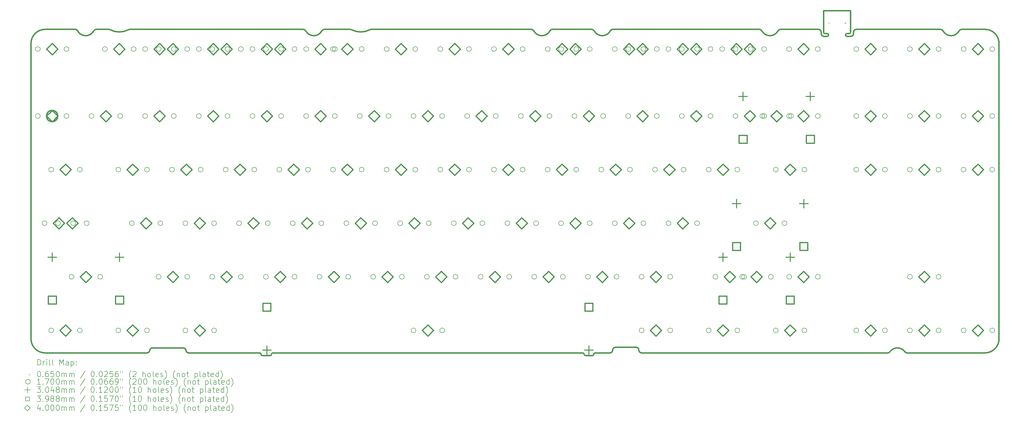
<source format=gbr>
%TF.GenerationSoftware,KiCad,Pcbnew,8.99.0-2209-g89a3b7baa5*%
%TF.CreationDate,2024-09-04T15:50:08+07:00*%
%TF.ProjectId,merisi_ob,6d657269-7369-45f6-9f62-2e6b69636164,rev?*%
%TF.SameCoordinates,Original*%
%TF.FileFunction,Drillmap*%
%TF.FilePolarity,Positive*%
%FSLAX45Y45*%
G04 Gerber Fmt 4.5, Leading zero omitted, Abs format (unit mm)*
G04 Created by KiCad (PCBNEW 8.99.0-2209-g89a3b7baa5) date 2024-09-04 15:50:08*
%MOMM*%
%LPD*%
G01*
G04 APERTURE LIST*
%ADD10C,0.500000*%
%ADD11C,0.200000*%
%ADD12C,0.100000*%
%ADD13C,0.170000*%
%ADD14C,0.304800*%
%ADD15C,0.398780*%
%ADD16C,0.400000*%
G04 APERTURE END LIST*
D10*
X50779998Y47476328D02*
X50779998Y48241328D01*
X50779998Y48241328D02*
X49819999Y48241328D01*
X49819999Y48241328D02*
X49819999Y47475624D01*
X48205745Y47523310D02*
G75*
G02*
X47631953Y47523314I-286895J152680D01*
G01*
X24005652Y47576329D02*
X24445513Y47576329D01*
X41373808Y35977598D02*
G75*
G02*
X41321958Y36026330I-1868J49963D01*
G01*
X33721468Y47564650D02*
G75*
G02*
X33064912Y47564650I-328278J618250D01*
G01*
X25148968Y47564650D02*
G75*
G02*
X24492412Y47564650I-328278J618250D01*
G01*
X33018013Y47576329D02*
G75*
G02*
X33064911Y47564649I-3J-100009D01*
G01*
X40109591Y47523310D02*
G75*
G02*
X39535790Y47523309I-286901J152690D01*
G01*
X33721468Y47564650D02*
G75*
G02*
X33767883Y47576330I46922J-88400D01*
G01*
X40197873Y47576328D02*
X40197873Y47576329D01*
X48205745Y47523310D02*
G75*
G02*
X48293554Y47576327I88275J-46980D01*
G01*
X49736601Y47426329D02*
X49736601Y47477006D01*
X55550623Y47576329D02*
G75*
G02*
X56050567Y47082842I7J-499979D01*
G01*
X33767883Y47576329D02*
X39447513Y47576329D01*
X43163753Y36275098D02*
G75*
G02*
X43263748Y36175098I-3J-99998D01*
G01*
X40109591Y47523310D02*
X40109591Y47523310D01*
X54634976Y47523310D02*
G75*
G02*
X54061182Y47523312I-286896J152680D01*
G01*
X54634976Y47523310D02*
G75*
G02*
X54723253Y47576327I88274J-46980D01*
G01*
X43163753Y36275098D02*
X42434395Y36275098D01*
X48293554Y47576329D02*
X49636603Y47576329D01*
X50650003Y47426327D02*
X50650003Y47426329D01*
X56050571Y36575098D02*
X56050571Y47082842D01*
X50650003Y47426329D02*
X50729998Y47426329D01*
X24445513Y47576329D02*
G75*
G02*
X24492411Y47564649I-3J-100009D01*
G01*
X43363753Y36075098D02*
G75*
G02*
X43263748Y36175098I-3J100003D01*
G01*
X39447513Y47576329D02*
G75*
G02*
X39535795Y47523311I7J-99999D01*
G01*
X52788633Y36075098D02*
G75*
G02*
X52707323Y36116879I-3J100002D01*
G01*
X27090203Y36252680D02*
G75*
G02*
X27189570Y36163889I-3J-100000D01*
G01*
X41373808Y35977598D02*
X41616083Y35977598D01*
X50779998Y47476328D02*
G75*
G02*
X50729998Y47426332I-49998J2D01*
G01*
X41271973Y36075098D02*
G75*
G02*
X41321952Y36026330I-3J-49998D01*
G01*
X54634976Y47523310D02*
X54634976Y47523310D01*
X22638717Y44495080D02*
G75*
G02*
X22239937Y44495080I-199390J0D01*
G01*
X22239937Y44495080D02*
G75*
G02*
X22638717Y44495080I199390J0D01*
G01*
X40109591Y47523310D02*
G75*
G02*
X40197873Y47576327I88280J-46990D01*
G01*
X53972903Y47576329D02*
G75*
G02*
X54061176Y47523309I-3J-99999D01*
G01*
X23916899Y47523310D02*
G75*
G02*
X24005652Y47576327I88281J-46990D01*
G01*
X30226728Y36026325D02*
G75*
G02*
X30276713Y36075097I49982J-1225D01*
G01*
X23916899Y47523310D02*
G75*
G02*
X23343101Y47523310I-286899J152690D01*
G01*
X50886600Y47426328D02*
G75*
G02*
X50786600Y47326329I-100001J2D01*
G01*
X42252589Y47523310D02*
G75*
G02*
X41678791Y47523310I-286899J152690D01*
G01*
X41590513Y47576329D02*
G75*
G02*
X41678792Y47523310I-3J-100009D01*
G01*
X48205745Y47523310D02*
X48205745Y47523310D01*
X42334395Y36175098D02*
G75*
G02*
X42233827Y36075096I-100005J3D01*
G01*
X29805919Y36075098D02*
G75*
G02*
X29855903Y36026325I1J-49998D01*
G01*
X42252589Y47523310D02*
G75*
G02*
X42341320Y47576327I88281J-46990D01*
G01*
X23254823Y47576329D02*
G75*
G02*
X23343102Y47523310I-3J-100009D01*
G01*
X49636603Y47576329D02*
G75*
G02*
X49736596Y47477006I-3J-99999D01*
G01*
X22189294Y47576329D02*
X23254823Y47576329D01*
X42233827Y36075098D02*
X41713419Y36075098D01*
X31351173Y47576329D02*
G75*
G02*
X31439446Y47523310I-3J-99999D01*
G01*
X52788633Y36075098D02*
X55550571Y36075098D01*
X32013245Y47523310D02*
G75*
G02*
X31439453Y47523314I-286895J152680D01*
G01*
X29805919Y36075098D02*
X27288943Y36075098D01*
X49870003Y47426329D02*
X49950003Y47426329D01*
X49950003Y47426329D02*
G75*
G02*
X49949629Y47326333I-3J-49999D01*
G01*
X25196363Y47576329D02*
X31351173Y47576329D01*
X54723253Y47576329D02*
X55550623Y47576329D01*
X32013245Y47523310D02*
G75*
G02*
X32101992Y47576327I88275J-46980D01*
G01*
X25903258Y36163889D02*
G75*
G02*
X25802893Y36075105I-99378J11221D01*
G01*
X30226728Y36026325D02*
G75*
G02*
X30178745Y35977596I-49968J1215D01*
G01*
X21689293Y47076327D02*
X21689293Y36574391D01*
X42341320Y47576329D02*
X47543673Y47576329D01*
X50986020Y47576329D02*
X53972903Y47576329D01*
X29908000Y35977598D02*
G75*
G02*
X29855908Y36026325I-2110J49953D01*
G01*
X56050571Y36575098D02*
G75*
G02*
X55550571Y36075099I-500001J2D01*
G01*
X27090203Y36252680D02*
X26002628Y36252680D01*
X47543673Y47576329D02*
G75*
G02*
X47631946Y47523310I-3J-99999D01*
G01*
X49870003Y47426329D02*
G75*
G02*
X49819994Y47475624I7J50021D01*
G01*
X32013245Y47523310D02*
X32013245Y47523310D01*
X32101992Y47576329D02*
X33018013Y47576329D01*
X50650003Y47326329D02*
G75*
G02*
X50650003Y47426331I-3J50001D01*
G01*
X52178828Y36116881D02*
G75*
G02*
X52098129Y36075096I-81318J58229D01*
G01*
X27288943Y36075098D02*
G75*
G02*
X27189568Y36163889I-3J100002D01*
G01*
X41271973Y36075098D02*
X30276713Y36075098D01*
X29908000Y35977598D02*
X30178745Y35977598D01*
X43363753Y36075098D02*
X52098129Y36075098D01*
X49949629Y47326329D02*
X49836603Y47326329D01*
X21689293Y47076327D02*
G75*
G02*
X22189294Y47576327I499997J3D01*
G01*
X41664222Y36026330D02*
G75*
G02*
X41616083Y35977596I-49972J1220D01*
G01*
X50786600Y47326329D02*
X50650003Y47326329D01*
X52178828Y36116881D02*
G75*
G02*
X52707326Y36116881I264249J-189202D01*
G01*
X50886600Y47476328D02*
X50886600Y47426328D01*
X22189293Y36075098D02*
X25802893Y36075098D01*
X50886600Y47476328D02*
G75*
G02*
X50986020Y47576328I100000J2D01*
G01*
X49836603Y47326329D02*
G75*
G02*
X49736599Y47426329I-3J100001D01*
G01*
X22189293Y36075098D02*
G75*
G02*
X21689288Y36574391I-3J500003D01*
G01*
X25903258Y36163889D02*
G75*
G02*
X26002628Y36252682I99372J-11209D01*
G01*
X40197873Y47576329D02*
X41590513Y47576329D01*
X42334395Y36175098D02*
G75*
G02*
X42434395Y36275105I100005J3D01*
G01*
X25148968Y47564650D02*
G75*
G02*
X25196363Y47576330I46922J-88400D01*
G01*
X41664222Y36026330D02*
G75*
G02*
X41713419Y36075097I49998J-1240D01*
G01*
D11*
D12*
X49978500Y47832500D02*
X50043500Y47767500D01*
X50043500Y47832500D02*
X49978500Y47767500D01*
X50556500Y47832500D02*
X50621500Y47767500D01*
X50621500Y47832500D02*
X50556500Y47767500D01*
D13*
X22016327Y46876330D02*
G75*
G02*
X21846327Y46876330I-85000J0D01*
G01*
X21846327Y46876330D02*
G75*
G02*
X22016327Y46876330I85000J0D01*
G01*
X22016327Y44495080D02*
G75*
G02*
X21846327Y44495080I-85000J0D01*
G01*
X21846327Y44495080D02*
G75*
G02*
X22016327Y44495080I85000J0D01*
G01*
X22254427Y40685080D02*
G75*
G02*
X22084427Y40685080I-85000J0D01*
G01*
X22084427Y40685080D02*
G75*
G02*
X22254427Y40685080I85000J0D01*
G01*
X22492627Y42590080D02*
G75*
G02*
X22322627Y42590080I-85000J0D01*
G01*
X22322627Y42590080D02*
G75*
G02*
X22492627Y42590080I85000J0D01*
G01*
X22492627Y36875080D02*
G75*
G02*
X22322627Y36875080I-85000J0D01*
G01*
X22322627Y36875080D02*
G75*
G02*
X22492627Y36875080I85000J0D01*
G01*
X22730727Y40685080D02*
G75*
G02*
X22560727Y40685080I-85000J0D01*
G01*
X22560727Y40685080D02*
G75*
G02*
X22730727Y40685080I85000J0D01*
G01*
X23032327Y46876330D02*
G75*
G02*
X22862327Y46876330I-85000J0D01*
G01*
X22862327Y46876330D02*
G75*
G02*
X23032327Y46876330I85000J0D01*
G01*
X23032327Y44495080D02*
G75*
G02*
X22862327Y44495080I-85000J0D01*
G01*
X22862327Y44495080D02*
G75*
G02*
X23032327Y44495080I85000J0D01*
G01*
X23214387Y38780080D02*
G75*
G02*
X23044387Y38780080I-85000J0D01*
G01*
X23044387Y38780080D02*
G75*
G02*
X23214387Y38780080I85000J0D01*
G01*
X23270427Y40685080D02*
G75*
G02*
X23100427Y40685080I-85000J0D01*
G01*
X23100427Y40685080D02*
G75*
G02*
X23270427Y40685080I85000J0D01*
G01*
X23508627Y42590080D02*
G75*
G02*
X23338627Y42590080I-85000J0D01*
G01*
X23338627Y42590080D02*
G75*
G02*
X23508627Y42590080I85000J0D01*
G01*
X23508627Y36875080D02*
G75*
G02*
X23338627Y36875080I-85000J0D01*
G01*
X23338627Y36875080D02*
G75*
G02*
X23508627Y36875080I85000J0D01*
G01*
X23746727Y40685080D02*
G75*
G02*
X23576727Y40685080I-85000J0D01*
G01*
X23576727Y40685080D02*
G75*
G02*
X23746727Y40685080I85000J0D01*
G01*
X23921327Y44495080D02*
G75*
G02*
X23751327Y44495080I-85000J0D01*
G01*
X23751327Y44495080D02*
G75*
G02*
X23921327Y44495080I85000J0D01*
G01*
X24230387Y38780080D02*
G75*
G02*
X24060387Y38780080I-85000J0D01*
G01*
X24060387Y38780080D02*
G75*
G02*
X24230387Y38780080I85000J0D01*
G01*
X24397577Y46876330D02*
G75*
G02*
X24227577Y46876330I-85000J0D01*
G01*
X24227577Y46876330D02*
G75*
G02*
X24397577Y46876330I85000J0D01*
G01*
X24873827Y42590080D02*
G75*
G02*
X24703827Y42590080I-85000J0D01*
G01*
X24703827Y42590080D02*
G75*
G02*
X24873827Y42590080I85000J0D01*
G01*
X24873827Y36875080D02*
G75*
G02*
X24703827Y36875080I-85000J0D01*
G01*
X24703827Y36875080D02*
G75*
G02*
X24873827Y36875080I85000J0D01*
G01*
X24937327Y44495080D02*
G75*
G02*
X24767327Y44495080I-85000J0D01*
G01*
X24767327Y44495080D02*
G75*
G02*
X24937327Y44495080I85000J0D01*
G01*
X25350077Y40685080D02*
G75*
G02*
X25180077Y40685080I-85000J0D01*
G01*
X25180077Y40685080D02*
G75*
G02*
X25350077Y40685080I85000J0D01*
G01*
X25413577Y46876330D02*
G75*
G02*
X25243577Y46876330I-85000J0D01*
G01*
X25243577Y46876330D02*
G75*
G02*
X25413577Y46876330I85000J0D01*
G01*
X25826327Y46876330D02*
G75*
G02*
X25656327Y46876330I-85000J0D01*
G01*
X25656327Y46876330D02*
G75*
G02*
X25826327Y46876330I85000J0D01*
G01*
X25826327Y44495080D02*
G75*
G02*
X25656327Y44495080I-85000J0D01*
G01*
X25656327Y44495080D02*
G75*
G02*
X25826327Y44495080I85000J0D01*
G01*
X25889827Y42590080D02*
G75*
G02*
X25719827Y42590080I-85000J0D01*
G01*
X25719827Y42590080D02*
G75*
G02*
X25889827Y42590080I85000J0D01*
G01*
X25889827Y36875080D02*
G75*
G02*
X25719827Y36875080I-85000J0D01*
G01*
X25719827Y36875080D02*
G75*
G02*
X25889827Y36875080I85000J0D01*
G01*
X26302577Y46876330D02*
G75*
G02*
X26132577Y46876330I-85000J0D01*
G01*
X26132577Y46876330D02*
G75*
G02*
X26302577Y46876330I85000J0D01*
G01*
X26302577Y38780080D02*
G75*
G02*
X26132577Y38780080I-85000J0D01*
G01*
X26132577Y38780080D02*
G75*
G02*
X26302577Y38780080I85000J0D01*
G01*
X26366077Y40685080D02*
G75*
G02*
X26196077Y40685080I-85000J0D01*
G01*
X26196077Y40685080D02*
G75*
G02*
X26366077Y40685080I85000J0D01*
G01*
X26778827Y42590080D02*
G75*
G02*
X26608827Y42590080I-85000J0D01*
G01*
X26608827Y42590080D02*
G75*
G02*
X26778827Y42590080I85000J0D01*
G01*
X26842327Y46876330D02*
G75*
G02*
X26672327Y46876330I-85000J0D01*
G01*
X26672327Y46876330D02*
G75*
G02*
X26842327Y46876330I85000J0D01*
G01*
X26842327Y44495080D02*
G75*
G02*
X26672327Y44495080I-85000J0D01*
G01*
X26672327Y44495080D02*
G75*
G02*
X26842327Y44495080I85000J0D01*
G01*
X27255077Y40685080D02*
G75*
G02*
X27085077Y40685080I-85000J0D01*
G01*
X27085077Y40685080D02*
G75*
G02*
X27255077Y40685080I85000J0D01*
G01*
X27255127Y36875080D02*
G75*
G02*
X27085127Y36875080I-85000J0D01*
G01*
X27085127Y36875080D02*
G75*
G02*
X27255127Y36875080I85000J0D01*
G01*
X27318577Y46876330D02*
G75*
G02*
X27148577Y46876330I-85000J0D01*
G01*
X27148577Y46876330D02*
G75*
G02*
X27318577Y46876330I85000J0D01*
G01*
X27318577Y38780080D02*
G75*
G02*
X27148577Y38780080I-85000J0D01*
G01*
X27148577Y38780080D02*
G75*
G02*
X27318577Y38780080I85000J0D01*
G01*
X27731327Y46876330D02*
G75*
G02*
X27561327Y46876330I-85000J0D01*
G01*
X27561327Y46876330D02*
G75*
G02*
X27731327Y46876330I85000J0D01*
G01*
X27731327Y44495080D02*
G75*
G02*
X27561327Y44495080I-85000J0D01*
G01*
X27561327Y44495080D02*
G75*
G02*
X27731327Y44495080I85000J0D01*
G01*
X27794827Y42590080D02*
G75*
G02*
X27624827Y42590080I-85000J0D01*
G01*
X27624827Y42590080D02*
G75*
G02*
X27794827Y42590080I85000J0D01*
G01*
X28207577Y46876330D02*
G75*
G02*
X28037577Y46876330I-85000J0D01*
G01*
X28037577Y46876330D02*
G75*
G02*
X28207577Y46876330I85000J0D01*
G01*
X28207577Y38780080D02*
G75*
G02*
X28037577Y38780080I-85000J0D01*
G01*
X28037577Y38780080D02*
G75*
G02*
X28207577Y38780080I85000J0D01*
G01*
X28271077Y40685080D02*
G75*
G02*
X28101077Y40685080I-85000J0D01*
G01*
X28101077Y40685080D02*
G75*
G02*
X28271077Y40685080I85000J0D01*
G01*
X28271127Y36875080D02*
G75*
G02*
X28101127Y36875080I-85000J0D01*
G01*
X28101127Y36875080D02*
G75*
G02*
X28271127Y36875080I85000J0D01*
G01*
X28683827Y42590080D02*
G75*
G02*
X28513827Y42590080I-85000J0D01*
G01*
X28513827Y42590080D02*
G75*
G02*
X28683827Y42590080I85000J0D01*
G01*
X28747327Y46876330D02*
G75*
G02*
X28577327Y46876330I-85000J0D01*
G01*
X28577327Y46876330D02*
G75*
G02*
X28747327Y46876330I85000J0D01*
G01*
X28747327Y44495080D02*
G75*
G02*
X28577327Y44495080I-85000J0D01*
G01*
X28577327Y44495080D02*
G75*
G02*
X28747327Y44495080I85000J0D01*
G01*
X29160077Y40685080D02*
G75*
G02*
X28990077Y40685080I-85000J0D01*
G01*
X28990077Y40685080D02*
G75*
G02*
X29160077Y40685080I85000J0D01*
G01*
X29223577Y46876330D02*
G75*
G02*
X29053577Y46876330I-85000J0D01*
G01*
X29053577Y46876330D02*
G75*
G02*
X29223577Y46876330I85000J0D01*
G01*
X29223577Y38780080D02*
G75*
G02*
X29053577Y38780080I-85000J0D01*
G01*
X29053577Y38780080D02*
G75*
G02*
X29223577Y38780080I85000J0D01*
G01*
X29636327Y46876330D02*
G75*
G02*
X29466327Y46876330I-85000J0D01*
G01*
X29466327Y46876330D02*
G75*
G02*
X29636327Y46876330I85000J0D01*
G01*
X29636327Y44495080D02*
G75*
G02*
X29466327Y44495080I-85000J0D01*
G01*
X29466327Y44495080D02*
G75*
G02*
X29636327Y44495080I85000J0D01*
G01*
X29699827Y42590080D02*
G75*
G02*
X29529827Y42590080I-85000J0D01*
G01*
X29529827Y42590080D02*
G75*
G02*
X29699827Y42590080I85000J0D01*
G01*
X30112577Y46876330D02*
G75*
G02*
X29942577Y46876330I-85000J0D01*
G01*
X29942577Y46876330D02*
G75*
G02*
X30112577Y46876330I85000J0D01*
G01*
X30112577Y38780080D02*
G75*
G02*
X29942577Y38780080I-85000J0D01*
G01*
X29942577Y38780080D02*
G75*
G02*
X30112577Y38780080I85000J0D01*
G01*
X30176077Y40685080D02*
G75*
G02*
X30006077Y40685080I-85000J0D01*
G01*
X30006077Y40685080D02*
G75*
G02*
X30176077Y40685080I85000J0D01*
G01*
X30588827Y42590080D02*
G75*
G02*
X30418827Y42590080I-85000J0D01*
G01*
X30418827Y42590080D02*
G75*
G02*
X30588827Y42590080I85000J0D01*
G01*
X30652327Y46876330D02*
G75*
G02*
X30482327Y46876330I-85000J0D01*
G01*
X30482327Y46876330D02*
G75*
G02*
X30652327Y46876330I85000J0D01*
G01*
X30652327Y44495080D02*
G75*
G02*
X30482327Y44495080I-85000J0D01*
G01*
X30482327Y44495080D02*
G75*
G02*
X30652327Y44495080I85000J0D01*
G01*
X31065077Y40685080D02*
G75*
G02*
X30895077Y40685080I-85000J0D01*
G01*
X30895077Y40685080D02*
G75*
G02*
X31065077Y40685080I85000J0D01*
G01*
X31128577Y46876330D02*
G75*
G02*
X30958577Y46876330I-85000J0D01*
G01*
X30958577Y46876330D02*
G75*
G02*
X31128577Y46876330I85000J0D01*
G01*
X31128577Y38780080D02*
G75*
G02*
X30958577Y38780080I-85000J0D01*
G01*
X30958577Y38780080D02*
G75*
G02*
X31128577Y38780080I85000J0D01*
G01*
X31541327Y46876330D02*
G75*
G02*
X31371327Y46876330I-85000J0D01*
G01*
X31371327Y46876330D02*
G75*
G02*
X31541327Y46876330I85000J0D01*
G01*
X31541327Y44495080D02*
G75*
G02*
X31371327Y44495080I-85000J0D01*
G01*
X31371327Y44495080D02*
G75*
G02*
X31541327Y44495080I85000J0D01*
G01*
X31604827Y42590080D02*
G75*
G02*
X31434827Y42590080I-85000J0D01*
G01*
X31434827Y42590080D02*
G75*
G02*
X31604827Y42590080I85000J0D01*
G01*
X32017577Y38780080D02*
G75*
G02*
X31847577Y38780080I-85000J0D01*
G01*
X31847577Y38780080D02*
G75*
G02*
X32017577Y38780080I85000J0D01*
G01*
X32081077Y40685080D02*
G75*
G02*
X31911077Y40685080I-85000J0D01*
G01*
X31911077Y40685080D02*
G75*
G02*
X32081077Y40685080I85000J0D01*
G01*
X32493827Y46876330D02*
G75*
G02*
X32323827Y46876330I-85000J0D01*
G01*
X32323827Y46876330D02*
G75*
G02*
X32493827Y46876330I85000J0D01*
G01*
X32493827Y42590080D02*
G75*
G02*
X32323827Y42590080I-85000J0D01*
G01*
X32323827Y42590080D02*
G75*
G02*
X32493827Y42590080I85000J0D01*
G01*
X32557327Y46876330D02*
G75*
G02*
X32387327Y46876330I-85000J0D01*
G01*
X32387327Y46876330D02*
G75*
G02*
X32557327Y46876330I85000J0D01*
G01*
X32557327Y44495080D02*
G75*
G02*
X32387327Y44495080I-85000J0D01*
G01*
X32387327Y44495080D02*
G75*
G02*
X32557327Y44495080I85000J0D01*
G01*
X32970077Y40685080D02*
G75*
G02*
X32800077Y40685080I-85000J0D01*
G01*
X32800077Y40685080D02*
G75*
G02*
X32970077Y40685080I85000J0D01*
G01*
X33033577Y38780080D02*
G75*
G02*
X32863577Y38780080I-85000J0D01*
G01*
X32863577Y38780080D02*
G75*
G02*
X33033577Y38780080I85000J0D01*
G01*
X33446327Y44495080D02*
G75*
G02*
X33276327Y44495080I-85000J0D01*
G01*
X33276327Y44495080D02*
G75*
G02*
X33446327Y44495080I85000J0D01*
G01*
X33509827Y46876330D02*
G75*
G02*
X33339827Y46876330I-85000J0D01*
G01*
X33339827Y46876330D02*
G75*
G02*
X33509827Y46876330I85000J0D01*
G01*
X33509827Y42590080D02*
G75*
G02*
X33339827Y42590080I-85000J0D01*
G01*
X33339827Y42590080D02*
G75*
G02*
X33509827Y42590080I85000J0D01*
G01*
X33922577Y38780080D02*
G75*
G02*
X33752577Y38780080I-85000J0D01*
G01*
X33752577Y38780080D02*
G75*
G02*
X33922577Y38780080I85000J0D01*
G01*
X33986077Y40685080D02*
G75*
G02*
X33816077Y40685080I-85000J0D01*
G01*
X33816077Y40685080D02*
G75*
G02*
X33986077Y40685080I85000J0D01*
G01*
X34398827Y46876330D02*
G75*
G02*
X34228827Y46876330I-85000J0D01*
G01*
X34228827Y46876330D02*
G75*
G02*
X34398827Y46876330I85000J0D01*
G01*
X34398827Y42590080D02*
G75*
G02*
X34228827Y42590080I-85000J0D01*
G01*
X34228827Y42590080D02*
G75*
G02*
X34398827Y42590080I85000J0D01*
G01*
X34462327Y44495080D02*
G75*
G02*
X34292327Y44495080I-85000J0D01*
G01*
X34292327Y44495080D02*
G75*
G02*
X34462327Y44495080I85000J0D01*
G01*
X34875077Y40685080D02*
G75*
G02*
X34705077Y40685080I-85000J0D01*
G01*
X34705077Y40685080D02*
G75*
G02*
X34875077Y40685080I85000J0D01*
G01*
X34938577Y38780080D02*
G75*
G02*
X34768577Y38780080I-85000J0D01*
G01*
X34768577Y38780080D02*
G75*
G02*
X34938577Y38780080I85000J0D01*
G01*
X35351327Y44495080D02*
G75*
G02*
X35181327Y44495080I-85000J0D01*
G01*
X35181327Y44495080D02*
G75*
G02*
X35351327Y44495080I85000J0D01*
G01*
X35351327Y36875080D02*
G75*
G02*
X35181327Y36875080I-85000J0D01*
G01*
X35181327Y36875080D02*
G75*
G02*
X35351327Y36875080I85000J0D01*
G01*
X35414827Y46876330D02*
G75*
G02*
X35244827Y46876330I-85000J0D01*
G01*
X35244827Y46876330D02*
G75*
G02*
X35414827Y46876330I85000J0D01*
G01*
X35414827Y42590080D02*
G75*
G02*
X35244827Y42590080I-85000J0D01*
G01*
X35244827Y42590080D02*
G75*
G02*
X35414827Y42590080I85000J0D01*
G01*
X35827577Y38780080D02*
G75*
G02*
X35657577Y38780080I-85000J0D01*
G01*
X35657577Y38780080D02*
G75*
G02*
X35827577Y38780080I85000J0D01*
G01*
X35891077Y40685080D02*
G75*
G02*
X35721077Y40685080I-85000J0D01*
G01*
X35721077Y40685080D02*
G75*
G02*
X35891077Y40685080I85000J0D01*
G01*
X36303827Y46876330D02*
G75*
G02*
X36133827Y46876330I-85000J0D01*
G01*
X36133827Y46876330D02*
G75*
G02*
X36303827Y46876330I85000J0D01*
G01*
X36303827Y42590080D02*
G75*
G02*
X36133827Y42590080I-85000J0D01*
G01*
X36133827Y42590080D02*
G75*
G02*
X36303827Y42590080I85000J0D01*
G01*
X36367327Y44495080D02*
G75*
G02*
X36197327Y44495080I-85000J0D01*
G01*
X36197327Y44495080D02*
G75*
G02*
X36367327Y44495080I85000J0D01*
G01*
X36367327Y36875080D02*
G75*
G02*
X36197327Y36875080I-85000J0D01*
G01*
X36197327Y36875080D02*
G75*
G02*
X36367327Y36875080I85000J0D01*
G01*
X36780077Y40685080D02*
G75*
G02*
X36610077Y40685080I-85000J0D01*
G01*
X36610077Y40685080D02*
G75*
G02*
X36780077Y40685080I85000J0D01*
G01*
X36843577Y38780080D02*
G75*
G02*
X36673577Y38780080I-85000J0D01*
G01*
X36673577Y38780080D02*
G75*
G02*
X36843577Y38780080I85000J0D01*
G01*
X37256327Y44495080D02*
G75*
G02*
X37086327Y44495080I-85000J0D01*
G01*
X37086327Y44495080D02*
G75*
G02*
X37256327Y44495080I85000J0D01*
G01*
X37319827Y46876330D02*
G75*
G02*
X37149827Y46876330I-85000J0D01*
G01*
X37149827Y46876330D02*
G75*
G02*
X37319827Y46876330I85000J0D01*
G01*
X37319827Y42590080D02*
G75*
G02*
X37149827Y42590080I-85000J0D01*
G01*
X37149827Y42590080D02*
G75*
G02*
X37319827Y42590080I85000J0D01*
G01*
X37732577Y38780080D02*
G75*
G02*
X37562577Y38780080I-85000J0D01*
G01*
X37562577Y38780080D02*
G75*
G02*
X37732577Y38780080I85000J0D01*
G01*
X37796077Y40685080D02*
G75*
G02*
X37626077Y40685080I-85000J0D01*
G01*
X37626077Y40685080D02*
G75*
G02*
X37796077Y40685080I85000J0D01*
G01*
X38208827Y46876330D02*
G75*
G02*
X38038827Y46876330I-85000J0D01*
G01*
X38038827Y46876330D02*
G75*
G02*
X38208827Y46876330I85000J0D01*
G01*
X38208827Y42590080D02*
G75*
G02*
X38038827Y42590080I-85000J0D01*
G01*
X38038827Y42590080D02*
G75*
G02*
X38208827Y42590080I85000J0D01*
G01*
X38272327Y44495080D02*
G75*
G02*
X38102327Y44495080I-85000J0D01*
G01*
X38102327Y44495080D02*
G75*
G02*
X38272327Y44495080I85000J0D01*
G01*
X38685077Y40685080D02*
G75*
G02*
X38515077Y40685080I-85000J0D01*
G01*
X38515077Y40685080D02*
G75*
G02*
X38685077Y40685080I85000J0D01*
G01*
X38748577Y38780080D02*
G75*
G02*
X38578577Y38780080I-85000J0D01*
G01*
X38578577Y38780080D02*
G75*
G02*
X38748577Y38780080I85000J0D01*
G01*
X39161327Y44495080D02*
G75*
G02*
X38991327Y44495080I-85000J0D01*
G01*
X38991327Y44495080D02*
G75*
G02*
X39161327Y44495080I85000J0D01*
G01*
X39224827Y46876330D02*
G75*
G02*
X39054827Y46876330I-85000J0D01*
G01*
X39054827Y46876330D02*
G75*
G02*
X39224827Y46876330I85000J0D01*
G01*
X39224827Y42590080D02*
G75*
G02*
X39054827Y42590080I-85000J0D01*
G01*
X39054827Y42590080D02*
G75*
G02*
X39224827Y42590080I85000J0D01*
G01*
X39637577Y38780080D02*
G75*
G02*
X39467577Y38780080I-85000J0D01*
G01*
X39467577Y38780080D02*
G75*
G02*
X39637577Y38780080I85000J0D01*
G01*
X39701077Y40685080D02*
G75*
G02*
X39531077Y40685080I-85000J0D01*
G01*
X39531077Y40685080D02*
G75*
G02*
X39701077Y40685080I85000J0D01*
G01*
X40113827Y46876330D02*
G75*
G02*
X39943827Y46876330I-85000J0D01*
G01*
X39943827Y46876330D02*
G75*
G02*
X40113827Y46876330I85000J0D01*
G01*
X40113827Y42590080D02*
G75*
G02*
X39943827Y42590080I-85000J0D01*
G01*
X39943827Y42590080D02*
G75*
G02*
X40113827Y42590080I85000J0D01*
G01*
X40177327Y44495080D02*
G75*
G02*
X40007327Y44495080I-85000J0D01*
G01*
X40007327Y44495080D02*
G75*
G02*
X40177327Y44495080I85000J0D01*
G01*
X40590077Y46876330D02*
G75*
G02*
X40420077Y46876330I-85000J0D01*
G01*
X40420077Y46876330D02*
G75*
G02*
X40590077Y46876330I85000J0D01*
G01*
X40590077Y40685080D02*
G75*
G02*
X40420077Y40685080I-85000J0D01*
G01*
X40420077Y40685080D02*
G75*
G02*
X40590077Y40685080I85000J0D01*
G01*
X40653577Y38780080D02*
G75*
G02*
X40483577Y38780080I-85000J0D01*
G01*
X40483577Y38780080D02*
G75*
G02*
X40653577Y38780080I85000J0D01*
G01*
X41066327Y44495080D02*
G75*
G02*
X40896327Y44495080I-85000J0D01*
G01*
X40896327Y44495080D02*
G75*
G02*
X41066327Y44495080I85000J0D01*
G01*
X41129827Y46876330D02*
G75*
G02*
X40959827Y46876330I-85000J0D01*
G01*
X40959827Y46876330D02*
G75*
G02*
X41129827Y46876330I85000J0D01*
G01*
X41129827Y42590080D02*
G75*
G02*
X40959827Y42590080I-85000J0D01*
G01*
X40959827Y42590080D02*
G75*
G02*
X41129827Y42590080I85000J0D01*
G01*
X41542577Y38780080D02*
G75*
G02*
X41372577Y38780080I-85000J0D01*
G01*
X41372577Y38780080D02*
G75*
G02*
X41542577Y38780080I85000J0D01*
G01*
X41606077Y46876330D02*
G75*
G02*
X41436077Y46876330I-85000J0D01*
G01*
X41436077Y46876330D02*
G75*
G02*
X41606077Y46876330I85000J0D01*
G01*
X41606077Y40685080D02*
G75*
G02*
X41436077Y40685080I-85000J0D01*
G01*
X41436077Y40685080D02*
G75*
G02*
X41606077Y40685080I85000J0D01*
G01*
X42018827Y42590080D02*
G75*
G02*
X41848827Y42590080I-85000J0D01*
G01*
X41848827Y42590080D02*
G75*
G02*
X42018827Y42590080I85000J0D01*
G01*
X42082327Y44495080D02*
G75*
G02*
X41912327Y44495080I-85000J0D01*
G01*
X41912327Y44495080D02*
G75*
G02*
X42082327Y44495080I85000J0D01*
G01*
X42495077Y46876330D02*
G75*
G02*
X42325077Y46876330I-85000J0D01*
G01*
X42325077Y46876330D02*
G75*
G02*
X42495077Y46876330I85000J0D01*
G01*
X42495077Y40685080D02*
G75*
G02*
X42325077Y40685080I-85000J0D01*
G01*
X42325077Y40685080D02*
G75*
G02*
X42495077Y40685080I85000J0D01*
G01*
X42558577Y38780080D02*
G75*
G02*
X42388577Y38780080I-85000J0D01*
G01*
X42388577Y38780080D02*
G75*
G02*
X42558577Y38780080I85000J0D01*
G01*
X42971327Y46876330D02*
G75*
G02*
X42801327Y46876330I-85000J0D01*
G01*
X42801327Y46876330D02*
G75*
G02*
X42971327Y46876330I85000J0D01*
G01*
X42971327Y44495080D02*
G75*
G02*
X42801327Y44495080I-85000J0D01*
G01*
X42801327Y44495080D02*
G75*
G02*
X42971327Y44495080I85000J0D01*
G01*
X43034827Y42590080D02*
G75*
G02*
X42864827Y42590080I-85000J0D01*
G01*
X42864827Y42590080D02*
G75*
G02*
X43034827Y42590080I85000J0D01*
G01*
X43447577Y38780080D02*
G75*
G02*
X43277577Y38780080I-85000J0D01*
G01*
X43277577Y38780080D02*
G75*
G02*
X43447577Y38780080I85000J0D01*
G01*
X43447627Y36875080D02*
G75*
G02*
X43277627Y36875080I-85000J0D01*
G01*
X43277627Y36875080D02*
G75*
G02*
X43447627Y36875080I85000J0D01*
G01*
X43511077Y46876330D02*
G75*
G02*
X43341077Y46876330I-85000J0D01*
G01*
X43341077Y46876330D02*
G75*
G02*
X43511077Y46876330I85000J0D01*
G01*
X43511077Y40685080D02*
G75*
G02*
X43341077Y40685080I-85000J0D01*
G01*
X43341077Y40685080D02*
G75*
G02*
X43511077Y40685080I85000J0D01*
G01*
X43923827Y42590080D02*
G75*
G02*
X43753827Y42590080I-85000J0D01*
G01*
X43753827Y42590080D02*
G75*
G02*
X43923827Y42590080I85000J0D01*
G01*
X43987327Y46876330D02*
G75*
G02*
X43817327Y46876330I-85000J0D01*
G01*
X43817327Y46876330D02*
G75*
G02*
X43987327Y46876330I85000J0D01*
G01*
X43987327Y44495080D02*
G75*
G02*
X43817327Y44495080I-85000J0D01*
G01*
X43817327Y44495080D02*
G75*
G02*
X43987327Y44495080I85000J0D01*
G01*
X44400077Y46876330D02*
G75*
G02*
X44230077Y46876330I-85000J0D01*
G01*
X44230077Y46876330D02*
G75*
G02*
X44400077Y46876330I85000J0D01*
G01*
X44400077Y40685080D02*
G75*
G02*
X44230077Y40685080I-85000J0D01*
G01*
X44230077Y40685080D02*
G75*
G02*
X44400077Y40685080I85000J0D01*
G01*
X44463577Y38780080D02*
G75*
G02*
X44293577Y38780080I-85000J0D01*
G01*
X44293577Y38780080D02*
G75*
G02*
X44463577Y38780080I85000J0D01*
G01*
X44463627Y36875080D02*
G75*
G02*
X44293627Y36875080I-85000J0D01*
G01*
X44293627Y36875080D02*
G75*
G02*
X44463627Y36875080I85000J0D01*
G01*
X44876327Y46876330D02*
G75*
G02*
X44706327Y46876330I-85000J0D01*
G01*
X44706327Y46876330D02*
G75*
G02*
X44876327Y46876330I85000J0D01*
G01*
X44876327Y44495080D02*
G75*
G02*
X44706327Y44495080I-85000J0D01*
G01*
X44706327Y44495080D02*
G75*
G02*
X44876327Y44495080I85000J0D01*
G01*
X44939827Y42590080D02*
G75*
G02*
X44769827Y42590080I-85000J0D01*
G01*
X44769827Y42590080D02*
G75*
G02*
X44939827Y42590080I85000J0D01*
G01*
X45416077Y46876330D02*
G75*
G02*
X45246077Y46876330I-85000J0D01*
G01*
X45246077Y46876330D02*
G75*
G02*
X45416077Y46876330I85000J0D01*
G01*
X45416077Y40685080D02*
G75*
G02*
X45246077Y40685080I-85000J0D01*
G01*
X45246077Y40685080D02*
G75*
G02*
X45416077Y40685080I85000J0D01*
G01*
X45828827Y42590080D02*
G75*
G02*
X45658827Y42590080I-85000J0D01*
G01*
X45658827Y42590080D02*
G75*
G02*
X45828827Y42590080I85000J0D01*
G01*
X45828827Y36875080D02*
G75*
G02*
X45658827Y36875080I-85000J0D01*
G01*
X45658827Y36875080D02*
G75*
G02*
X45828827Y36875080I85000J0D01*
G01*
X45892327Y46876330D02*
G75*
G02*
X45722327Y46876330I-85000J0D01*
G01*
X45722327Y46876330D02*
G75*
G02*
X45892327Y46876330I85000J0D01*
G01*
X45892327Y44495080D02*
G75*
G02*
X45722327Y44495080I-85000J0D01*
G01*
X45722327Y44495080D02*
G75*
G02*
X45892327Y44495080I85000J0D01*
G01*
X46066977Y38780080D02*
G75*
G02*
X45896977Y38780080I-85000J0D01*
G01*
X45896977Y38780080D02*
G75*
G02*
X46066977Y38780080I85000J0D01*
G01*
X46305077Y46876330D02*
G75*
G02*
X46135077Y46876330I-85000J0D01*
G01*
X46135077Y46876330D02*
G75*
G02*
X46305077Y46876330I85000J0D01*
G01*
X46781327Y46876330D02*
G75*
G02*
X46611327Y46876330I-85000J0D01*
G01*
X46611327Y46876330D02*
G75*
G02*
X46781327Y46876330I85000J0D01*
G01*
X46781327Y44495080D02*
G75*
G02*
X46611327Y44495080I-85000J0D01*
G01*
X46611327Y44495080D02*
G75*
G02*
X46781327Y44495080I85000J0D01*
G01*
X46844827Y42590080D02*
G75*
G02*
X46674827Y42590080I-85000J0D01*
G01*
X46674827Y42590080D02*
G75*
G02*
X46844827Y42590080I85000J0D01*
G01*
X46844827Y36875080D02*
G75*
G02*
X46674827Y36875080I-85000J0D01*
G01*
X46674827Y36875080D02*
G75*
G02*
X46844827Y36875080I85000J0D01*
G01*
X47019477Y38780080D02*
G75*
G02*
X46849477Y38780080I-85000J0D01*
G01*
X46849477Y38780080D02*
G75*
G02*
X47019477Y38780080I85000J0D01*
G01*
X47082977Y38780080D02*
G75*
G02*
X46912977Y38780080I-85000J0D01*
G01*
X46912977Y38780080D02*
G75*
G02*
X47082977Y38780080I85000J0D01*
G01*
X47321077Y46876330D02*
G75*
G02*
X47151077Y46876330I-85000J0D01*
G01*
X47151077Y46876330D02*
G75*
G02*
X47321077Y46876330I85000J0D01*
G01*
X47503137Y40685080D02*
G75*
G02*
X47333137Y40685080I-85000J0D01*
G01*
X47333137Y40685080D02*
G75*
G02*
X47503137Y40685080I85000J0D01*
G01*
X47733827Y44495080D02*
G75*
G02*
X47563827Y44495080I-85000J0D01*
G01*
X47563827Y44495080D02*
G75*
G02*
X47733827Y44495080I85000J0D01*
G01*
X47797327Y46876330D02*
G75*
G02*
X47627327Y46876330I-85000J0D01*
G01*
X47627327Y46876330D02*
G75*
G02*
X47797327Y46876330I85000J0D01*
G01*
X47797327Y44495080D02*
G75*
G02*
X47627327Y44495080I-85000J0D01*
G01*
X47627327Y44495080D02*
G75*
G02*
X47797327Y44495080I85000J0D01*
G01*
X48035477Y38780080D02*
G75*
G02*
X47865477Y38780080I-85000J0D01*
G01*
X47865477Y38780080D02*
G75*
G02*
X48035477Y38780080I85000J0D01*
G01*
X48210127Y42590080D02*
G75*
G02*
X48040127Y42590080I-85000J0D01*
G01*
X48040127Y42590080D02*
G75*
G02*
X48210127Y42590080I85000J0D01*
G01*
X48210127Y36875080D02*
G75*
G02*
X48040127Y36875080I-85000J0D01*
G01*
X48040127Y36875080D02*
G75*
G02*
X48210127Y36875080I85000J0D01*
G01*
X48519137Y40685080D02*
G75*
G02*
X48349137Y40685080I-85000J0D01*
G01*
X48349137Y40685080D02*
G75*
G02*
X48519137Y40685080I85000J0D01*
G01*
X48686327Y46876330D02*
G75*
G02*
X48516327Y46876330I-85000J0D01*
G01*
X48516327Y46876330D02*
G75*
G02*
X48686327Y46876330I85000J0D01*
G01*
X48686327Y44495080D02*
G75*
G02*
X48516327Y44495080I-85000J0D01*
G01*
X48516327Y44495080D02*
G75*
G02*
X48686327Y44495080I85000J0D01*
G01*
X48686327Y38780080D02*
G75*
G02*
X48516327Y38780080I-85000J0D01*
G01*
X48516327Y38780080D02*
G75*
G02*
X48686327Y38780080I85000J0D01*
G01*
X48749827Y44495080D02*
G75*
G02*
X48579827Y44495080I-85000J0D01*
G01*
X48579827Y44495080D02*
G75*
G02*
X48749827Y44495080I85000J0D01*
G01*
X49226127Y42590080D02*
G75*
G02*
X49056127Y42590080I-85000J0D01*
G01*
X49056127Y42590080D02*
G75*
G02*
X49226127Y42590080I85000J0D01*
G01*
X49226127Y36875080D02*
G75*
G02*
X49056127Y36875080I-85000J0D01*
G01*
X49056127Y36875080D02*
G75*
G02*
X49226127Y36875080I85000J0D01*
G01*
X49702327Y46876330D02*
G75*
G02*
X49532327Y46876330I-85000J0D01*
G01*
X49532327Y46876330D02*
G75*
G02*
X49702327Y46876330I85000J0D01*
G01*
X49702327Y44495080D02*
G75*
G02*
X49532327Y44495080I-85000J0D01*
G01*
X49532327Y44495080D02*
G75*
G02*
X49702327Y44495080I85000J0D01*
G01*
X49702327Y38780080D02*
G75*
G02*
X49532327Y38780080I-85000J0D01*
G01*
X49532327Y38780080D02*
G75*
G02*
X49702327Y38780080I85000J0D01*
G01*
X51067577Y46876330D02*
G75*
G02*
X50897577Y46876330I-85000J0D01*
G01*
X50897577Y46876330D02*
G75*
G02*
X51067577Y46876330I85000J0D01*
G01*
X51067577Y44495080D02*
G75*
G02*
X50897577Y44495080I-85000J0D01*
G01*
X50897577Y44495080D02*
G75*
G02*
X51067577Y44495080I85000J0D01*
G01*
X51067577Y42590080D02*
G75*
G02*
X50897577Y42590080I-85000J0D01*
G01*
X50897577Y42590080D02*
G75*
G02*
X51067577Y42590080I85000J0D01*
G01*
X51067577Y36875080D02*
G75*
G02*
X50897577Y36875080I-85000J0D01*
G01*
X50897577Y36875080D02*
G75*
G02*
X51067577Y36875080I85000J0D01*
G01*
X52083577Y46876330D02*
G75*
G02*
X51913577Y46876330I-85000J0D01*
G01*
X51913577Y46876330D02*
G75*
G02*
X52083577Y46876330I85000J0D01*
G01*
X52083577Y44495080D02*
G75*
G02*
X51913577Y44495080I-85000J0D01*
G01*
X51913577Y44495080D02*
G75*
G02*
X52083577Y44495080I85000J0D01*
G01*
X52083577Y42590080D02*
G75*
G02*
X51913577Y42590080I-85000J0D01*
G01*
X51913577Y42590080D02*
G75*
G02*
X52083577Y42590080I85000J0D01*
G01*
X52083577Y36875080D02*
G75*
G02*
X51913577Y36875080I-85000J0D01*
G01*
X51913577Y36875080D02*
G75*
G02*
X52083577Y36875080I85000J0D01*
G01*
X52972577Y46876330D02*
G75*
G02*
X52802577Y46876330I-85000J0D01*
G01*
X52802577Y46876330D02*
G75*
G02*
X52972577Y46876330I85000J0D01*
G01*
X52972577Y44495080D02*
G75*
G02*
X52802577Y44495080I-85000J0D01*
G01*
X52802577Y44495080D02*
G75*
G02*
X52972577Y44495080I85000J0D01*
G01*
X52972577Y42590080D02*
G75*
G02*
X52802577Y42590080I-85000J0D01*
G01*
X52802577Y42590080D02*
G75*
G02*
X52972577Y42590080I85000J0D01*
G01*
X52972577Y38780080D02*
G75*
G02*
X52802577Y38780080I-85000J0D01*
G01*
X52802577Y38780080D02*
G75*
G02*
X52972577Y38780080I85000J0D01*
G01*
X52972577Y36875080D02*
G75*
G02*
X52802577Y36875080I-85000J0D01*
G01*
X52802577Y36875080D02*
G75*
G02*
X52972577Y36875080I85000J0D01*
G01*
X53988577Y46876330D02*
G75*
G02*
X53818577Y46876330I-85000J0D01*
G01*
X53818577Y46876330D02*
G75*
G02*
X53988577Y46876330I85000J0D01*
G01*
X53988577Y44495080D02*
G75*
G02*
X53818577Y44495080I-85000J0D01*
G01*
X53818577Y44495080D02*
G75*
G02*
X53988577Y44495080I85000J0D01*
G01*
X53988577Y42590080D02*
G75*
G02*
X53818577Y42590080I-85000J0D01*
G01*
X53818577Y42590080D02*
G75*
G02*
X53988577Y42590080I85000J0D01*
G01*
X53988577Y38780080D02*
G75*
G02*
X53818577Y38780080I-85000J0D01*
G01*
X53818577Y38780080D02*
G75*
G02*
X53988577Y38780080I85000J0D01*
G01*
X53988577Y36875080D02*
G75*
G02*
X53818577Y36875080I-85000J0D01*
G01*
X53818577Y36875080D02*
G75*
G02*
X53988577Y36875080I85000J0D01*
G01*
X54877577Y46876330D02*
G75*
G02*
X54707577Y46876330I-85000J0D01*
G01*
X54707577Y46876330D02*
G75*
G02*
X54877577Y46876330I85000J0D01*
G01*
X54877577Y44495080D02*
G75*
G02*
X54707577Y44495080I-85000J0D01*
G01*
X54707577Y44495080D02*
G75*
G02*
X54877577Y44495080I85000J0D01*
G01*
X54877577Y42590080D02*
G75*
G02*
X54707577Y42590080I-85000J0D01*
G01*
X54707577Y42590080D02*
G75*
G02*
X54877577Y42590080I85000J0D01*
G01*
X54877577Y36875080D02*
G75*
G02*
X54707577Y36875080I-85000J0D01*
G01*
X54707577Y36875080D02*
G75*
G02*
X54877577Y36875080I85000J0D01*
G01*
X55893577Y46876330D02*
G75*
G02*
X55723577Y46876330I-85000J0D01*
G01*
X55723577Y46876330D02*
G75*
G02*
X55893577Y46876330I85000J0D01*
G01*
X55893577Y44495080D02*
G75*
G02*
X55723577Y44495080I-85000J0D01*
G01*
X55723577Y44495080D02*
G75*
G02*
X55893577Y44495080I85000J0D01*
G01*
X55893577Y42590080D02*
G75*
G02*
X55723577Y42590080I-85000J0D01*
G01*
X55723577Y42590080D02*
G75*
G02*
X55893577Y42590080I85000J0D01*
G01*
X55893577Y36875080D02*
G75*
G02*
X55723577Y36875080I-85000J0D01*
G01*
X55723577Y36875080D02*
G75*
G02*
X55893577Y36875080I85000J0D01*
G01*
D14*
X22443587Y39630980D02*
X22443587Y39326180D01*
X22291187Y39478580D02*
X22595987Y39478580D01*
X24831187Y39630980D02*
X24831187Y39326180D01*
X24678787Y39478580D02*
X24983587Y39478580D01*
X30059327Y36328980D02*
X30059327Y36024180D01*
X29906927Y36176580D02*
X30211727Y36176580D01*
X41489327Y36328980D02*
X41489327Y36024180D01*
X41336927Y36176580D02*
X41641727Y36176580D01*
X46248677Y39630980D02*
X46248677Y39326180D01*
X46096277Y39478580D02*
X46401077Y39478580D01*
X46732337Y41535980D02*
X46732337Y41231180D01*
X46579937Y41383580D02*
X46884737Y41383580D01*
X46963027Y45345980D02*
X46963027Y45041180D01*
X46810627Y45193580D02*
X47115427Y45193580D01*
X48636277Y39630980D02*
X48636277Y39326180D01*
X48483877Y39478580D02*
X48788677Y39478580D01*
X49119937Y41535980D02*
X49119937Y41231180D01*
X48967537Y41383580D02*
X49272337Y41383580D01*
X49350627Y45345980D02*
X49350627Y45041180D01*
X49198227Y45193580D02*
X49503027Y45193580D01*
D15*
X22584578Y37813588D02*
X22584578Y38095571D01*
X22302596Y38095571D01*
X22302596Y37813588D01*
X22584578Y37813588D01*
X24972178Y37813588D02*
X24972178Y38095571D01*
X24690196Y38095571D01*
X24690196Y37813588D01*
X24972178Y37813588D01*
X30200318Y37559588D02*
X30200318Y37841571D01*
X29918336Y37841571D01*
X29918336Y37559588D01*
X30200318Y37559588D01*
X41630318Y37559588D02*
X41630318Y37841571D01*
X41348336Y37841571D01*
X41348336Y37559588D01*
X41630318Y37559588D01*
X46389668Y37813588D02*
X46389668Y38095571D01*
X46107686Y38095571D01*
X46107686Y37813588D01*
X46389668Y37813588D01*
X46873328Y39718588D02*
X46873328Y40000571D01*
X46591346Y40000571D01*
X46591346Y39718588D01*
X46873328Y39718588D01*
X47104018Y43528588D02*
X47104018Y43810571D01*
X46822036Y43810571D01*
X46822036Y43528588D01*
X47104018Y43528588D01*
X48777268Y37813588D02*
X48777268Y38095571D01*
X48495286Y38095571D01*
X48495286Y37813588D01*
X48777268Y37813588D01*
X49260928Y39718588D02*
X49260928Y40000571D01*
X48978946Y40000571D01*
X48978946Y39718588D01*
X49260928Y39718588D01*
X49491618Y43528588D02*
X49491618Y43810571D01*
X49209636Y43810571D01*
X49209636Y43528588D01*
X49491618Y43528588D01*
D16*
X22439327Y46676330D02*
X22639327Y46876330D01*
X22439327Y47076330D01*
X22239327Y46876330D01*
X22439327Y46676330D01*
X22439327Y44295080D02*
X22639327Y44495080D01*
X22439327Y44695080D01*
X22239327Y44495080D01*
X22439327Y44295080D01*
X22677427Y40485080D02*
X22877427Y40685080D01*
X22677427Y40885080D01*
X22477427Y40685080D01*
X22677427Y40485080D01*
X22915627Y42390080D02*
X23115627Y42590080D01*
X22915627Y42790080D01*
X22715627Y42590080D01*
X22915627Y42390080D01*
X22915627Y36675080D02*
X23115627Y36875080D01*
X22915627Y37075080D01*
X22715627Y36875080D01*
X22915627Y36675080D01*
X23153727Y40485080D02*
X23353727Y40685080D01*
X23153727Y40885080D01*
X22953727Y40685080D01*
X23153727Y40485080D01*
X23637387Y38580080D02*
X23837387Y38780080D01*
X23637387Y38980080D01*
X23437387Y38780080D01*
X23637387Y38580080D01*
X24344327Y44295080D02*
X24544327Y44495080D01*
X24344327Y44695080D01*
X24144327Y44495080D01*
X24344327Y44295080D01*
X24820577Y46676330D02*
X25020577Y46876330D01*
X24820577Y47076330D01*
X24620577Y46876330D01*
X24820577Y46676330D01*
X25296827Y42390080D02*
X25496827Y42590080D01*
X25296827Y42790080D01*
X25096827Y42590080D01*
X25296827Y42390080D01*
X25296827Y36675080D02*
X25496827Y36875080D01*
X25296827Y37075080D01*
X25096827Y36875080D01*
X25296827Y36675080D01*
X25773077Y40485080D02*
X25973077Y40685080D01*
X25773077Y40885080D01*
X25573077Y40685080D01*
X25773077Y40485080D01*
X26249327Y46676330D02*
X26449327Y46876330D01*
X26249327Y47076330D01*
X26049327Y46876330D01*
X26249327Y46676330D01*
X26249327Y44295080D02*
X26449327Y44495080D01*
X26249327Y44695080D01*
X26049327Y44495080D01*
X26249327Y44295080D01*
X26725577Y46676330D02*
X26925577Y46876330D01*
X26725577Y47076330D01*
X26525577Y46876330D01*
X26725577Y46676330D01*
X26725577Y38580080D02*
X26925577Y38780080D01*
X26725577Y38980080D01*
X26525577Y38780080D01*
X26725577Y38580080D01*
X27201827Y42390080D02*
X27401827Y42590080D01*
X27201827Y42790080D01*
X27001827Y42590080D01*
X27201827Y42390080D01*
X27678077Y40485080D02*
X27878077Y40685080D01*
X27678077Y40885080D01*
X27478077Y40685080D01*
X27678077Y40485080D01*
X27678127Y36675080D02*
X27878127Y36875080D01*
X27678127Y37075080D01*
X27478127Y36875080D01*
X27678127Y36675080D01*
X28154327Y46676330D02*
X28354327Y46876330D01*
X28154327Y47076330D01*
X27954327Y46876330D01*
X28154327Y46676330D01*
X28154327Y44295080D02*
X28354327Y44495080D01*
X28154327Y44695080D01*
X27954327Y44495080D01*
X28154327Y44295080D01*
X28630577Y46676330D02*
X28830577Y46876330D01*
X28630577Y47076330D01*
X28430577Y46876330D01*
X28630577Y46676330D01*
X28630577Y38580080D02*
X28830577Y38780080D01*
X28630577Y38980080D01*
X28430577Y38780080D01*
X28630577Y38580080D01*
X29106827Y42390080D02*
X29306827Y42590080D01*
X29106827Y42790080D01*
X28906827Y42590080D01*
X29106827Y42390080D01*
X29583077Y40485080D02*
X29783077Y40685080D01*
X29583077Y40885080D01*
X29383077Y40685080D01*
X29583077Y40485080D01*
X30059327Y46676330D02*
X30259327Y46876330D01*
X30059327Y47076330D01*
X29859327Y46876330D01*
X30059327Y46676330D01*
X30059327Y44295080D02*
X30259327Y44495080D01*
X30059327Y44695080D01*
X29859327Y44495080D01*
X30059327Y44295080D01*
X30535577Y46676330D02*
X30735577Y46876330D01*
X30535577Y47076330D01*
X30335577Y46876330D01*
X30535577Y46676330D01*
X30535577Y38580080D02*
X30735577Y38780080D01*
X30535577Y38980080D01*
X30335577Y38780080D01*
X30535577Y38580080D01*
X31011827Y42390080D02*
X31211827Y42590080D01*
X31011827Y42790080D01*
X30811827Y42590080D01*
X31011827Y42390080D01*
X31488077Y40485080D02*
X31688077Y40685080D01*
X31488077Y40885080D01*
X31288077Y40685080D01*
X31488077Y40485080D01*
X31964327Y46676330D02*
X32164327Y46876330D01*
X31964327Y47076330D01*
X31764327Y46876330D01*
X31964327Y46676330D01*
X31964327Y44295080D02*
X32164327Y44495080D01*
X31964327Y44695080D01*
X31764327Y44495080D01*
X31964327Y44295080D01*
X32440577Y38580080D02*
X32640577Y38780080D01*
X32440577Y38980080D01*
X32240577Y38780080D01*
X32440577Y38580080D01*
X32916827Y46676330D02*
X33116827Y46876330D01*
X32916827Y47076330D01*
X32716827Y46876330D01*
X32916827Y46676330D01*
X32916827Y42390080D02*
X33116827Y42590080D01*
X32916827Y42790080D01*
X32716827Y42590080D01*
X32916827Y42390080D01*
X33393077Y40485080D02*
X33593077Y40685080D01*
X33393077Y40885080D01*
X33193077Y40685080D01*
X33393077Y40485080D01*
X33869327Y44295080D02*
X34069327Y44495080D01*
X33869327Y44695080D01*
X33669327Y44495080D01*
X33869327Y44295080D01*
X34345577Y38580080D02*
X34545577Y38780080D01*
X34345577Y38980080D01*
X34145577Y38780080D01*
X34345577Y38580080D01*
X34821827Y46676330D02*
X35021827Y46876330D01*
X34821827Y47076330D01*
X34621827Y46876330D01*
X34821827Y46676330D01*
X34821827Y42390080D02*
X35021827Y42590080D01*
X34821827Y42790080D01*
X34621827Y42590080D01*
X34821827Y42390080D01*
X35298077Y40485080D02*
X35498077Y40685080D01*
X35298077Y40885080D01*
X35098077Y40685080D01*
X35298077Y40485080D01*
X35774327Y44295080D02*
X35974327Y44495080D01*
X35774327Y44695080D01*
X35574327Y44495080D01*
X35774327Y44295080D01*
X35774327Y36675080D02*
X35974327Y36875080D01*
X35774327Y37075080D01*
X35574327Y36875080D01*
X35774327Y36675080D01*
X36250577Y38580080D02*
X36450577Y38780080D01*
X36250577Y38980080D01*
X36050577Y38780080D01*
X36250577Y38580080D01*
X36726827Y46676330D02*
X36926827Y46876330D01*
X36726827Y47076330D01*
X36526827Y46876330D01*
X36726827Y46676330D01*
X36726827Y42390080D02*
X36926827Y42590080D01*
X36726827Y42790080D01*
X36526827Y42590080D01*
X36726827Y42390080D01*
X37203077Y40485080D02*
X37403077Y40685080D01*
X37203077Y40885080D01*
X37003077Y40685080D01*
X37203077Y40485080D01*
X37679327Y44295080D02*
X37879327Y44495080D01*
X37679327Y44695080D01*
X37479327Y44495080D01*
X37679327Y44295080D01*
X38155577Y38580080D02*
X38355577Y38780080D01*
X38155577Y38980080D01*
X37955577Y38780080D01*
X38155577Y38580080D01*
X38631827Y46676330D02*
X38831827Y46876330D01*
X38631827Y47076330D01*
X38431827Y46876330D01*
X38631827Y46676330D01*
X38631827Y42390080D02*
X38831827Y42590080D01*
X38631827Y42790080D01*
X38431827Y42590080D01*
X38631827Y42390080D01*
X39108077Y40485080D02*
X39308077Y40685080D01*
X39108077Y40885080D01*
X38908077Y40685080D01*
X39108077Y40485080D01*
X39584327Y44295080D02*
X39784327Y44495080D01*
X39584327Y44695080D01*
X39384327Y44495080D01*
X39584327Y44295080D01*
X40060577Y38580080D02*
X40260577Y38780080D01*
X40060577Y38980080D01*
X39860577Y38780080D01*
X40060577Y38580080D01*
X40536827Y46676330D02*
X40736827Y46876330D01*
X40536827Y47076330D01*
X40336827Y46876330D01*
X40536827Y46676330D01*
X40536827Y42390080D02*
X40736827Y42590080D01*
X40536827Y42790080D01*
X40336827Y42590080D01*
X40536827Y42390080D01*
X41013077Y46676330D02*
X41213077Y46876330D01*
X41013077Y47076330D01*
X40813077Y46876330D01*
X41013077Y46676330D01*
X41013077Y40485080D02*
X41213077Y40685080D01*
X41013077Y40885080D01*
X40813077Y40685080D01*
X41013077Y40485080D01*
X41489327Y44295080D02*
X41689327Y44495080D01*
X41489327Y44695080D01*
X41289327Y44495080D01*
X41489327Y44295080D01*
X41965577Y38580080D02*
X42165577Y38780080D01*
X41965577Y38980080D01*
X41765577Y38780080D01*
X41965577Y38580080D01*
X42441827Y42390080D02*
X42641827Y42590080D01*
X42441827Y42790080D01*
X42241827Y42590080D01*
X42441827Y42390080D01*
X42918077Y46676330D02*
X43118077Y46876330D01*
X42918077Y47076330D01*
X42718077Y46876330D01*
X42918077Y46676330D01*
X42918077Y40485080D02*
X43118077Y40685080D01*
X42918077Y40885080D01*
X42718077Y40685080D01*
X42918077Y40485080D01*
X43394327Y46676330D02*
X43594327Y46876330D01*
X43394327Y47076330D01*
X43194327Y46876330D01*
X43394327Y46676330D01*
X43394327Y44295080D02*
X43594327Y44495080D01*
X43394327Y44695080D01*
X43194327Y44495080D01*
X43394327Y44295080D01*
X43870577Y38580080D02*
X44070577Y38780080D01*
X43870577Y38980080D01*
X43670577Y38780080D01*
X43870577Y38580080D01*
X43870627Y36675080D02*
X44070627Y36875080D01*
X43870627Y37075080D01*
X43670627Y36875080D01*
X43870627Y36675080D01*
X44346827Y42390080D02*
X44546827Y42590080D01*
X44346827Y42790080D01*
X44146827Y42590080D01*
X44346827Y42390080D01*
X44823077Y46676330D02*
X45023077Y46876330D01*
X44823077Y47076330D01*
X44623077Y46876330D01*
X44823077Y46676330D01*
X44823077Y40485080D02*
X45023077Y40685080D01*
X44823077Y40885080D01*
X44623077Y40685080D01*
X44823077Y40485080D01*
X45299327Y46676330D02*
X45499327Y46876330D01*
X45299327Y47076330D01*
X45099327Y46876330D01*
X45299327Y46676330D01*
X45299327Y44295080D02*
X45499327Y44495080D01*
X45299327Y44695080D01*
X45099327Y44495080D01*
X45299327Y44295080D01*
X46251827Y42390080D02*
X46451827Y42590080D01*
X46251827Y42790080D01*
X46051827Y42590080D01*
X46251827Y42390080D01*
X46251827Y36675080D02*
X46451827Y36875080D01*
X46251827Y37075080D01*
X46051827Y36875080D01*
X46251827Y36675080D01*
X46489977Y38580080D02*
X46689977Y38780080D01*
X46489977Y38980080D01*
X46289977Y38780080D01*
X46489977Y38580080D01*
X46728077Y46676330D02*
X46928077Y46876330D01*
X46728077Y47076330D01*
X46528077Y46876330D01*
X46728077Y46676330D01*
X47204327Y46676330D02*
X47404327Y46876330D01*
X47204327Y47076330D01*
X47004327Y46876330D01*
X47204327Y46676330D01*
X47204327Y44295080D02*
X47404327Y44495080D01*
X47204327Y44695080D01*
X47004327Y44495080D01*
X47204327Y44295080D01*
X47442477Y38580080D02*
X47642477Y38780080D01*
X47442477Y38980080D01*
X47242477Y38780080D01*
X47442477Y38580080D01*
X47926137Y40485080D02*
X48126137Y40685080D01*
X47926137Y40885080D01*
X47726137Y40685080D01*
X47926137Y40485080D01*
X48156827Y44295080D02*
X48356827Y44495080D01*
X48156827Y44695080D01*
X47956827Y44495080D01*
X48156827Y44295080D01*
X48633127Y42390080D02*
X48833127Y42590080D01*
X48633127Y42790080D01*
X48433127Y42590080D01*
X48633127Y42390080D01*
X48633127Y36675080D02*
X48833127Y36875080D01*
X48633127Y37075080D01*
X48433127Y36875080D01*
X48633127Y36675080D01*
X49109327Y46676330D02*
X49309327Y46876330D01*
X49109327Y47076330D01*
X48909327Y46876330D01*
X49109327Y46676330D01*
X49109327Y44295080D02*
X49309327Y44495080D01*
X49109327Y44695080D01*
X48909327Y44495080D01*
X49109327Y44295080D01*
X49109327Y38580080D02*
X49309327Y38780080D01*
X49109327Y38980080D01*
X48909327Y38780080D01*
X49109327Y38580080D01*
X51490577Y46676330D02*
X51690577Y46876330D01*
X51490577Y47076330D01*
X51290577Y46876330D01*
X51490577Y46676330D01*
X51490577Y44295080D02*
X51690577Y44495080D01*
X51490577Y44695080D01*
X51290577Y44495080D01*
X51490577Y44295080D01*
X51490577Y42390080D02*
X51690577Y42590080D01*
X51490577Y42790080D01*
X51290577Y42590080D01*
X51490577Y42390080D01*
X51490577Y36675080D02*
X51690577Y36875080D01*
X51490577Y37075080D01*
X51290577Y36875080D01*
X51490577Y36675080D01*
X53395577Y46676330D02*
X53595577Y46876330D01*
X53395577Y47076330D01*
X53195577Y46876330D01*
X53395577Y46676330D01*
X53395577Y44295080D02*
X53595577Y44495080D01*
X53395577Y44695080D01*
X53195577Y44495080D01*
X53395577Y44295080D01*
X53395577Y42390080D02*
X53595577Y42590080D01*
X53395577Y42790080D01*
X53195577Y42590080D01*
X53395577Y42390080D01*
X53395577Y38580080D02*
X53595577Y38780080D01*
X53395577Y38980080D01*
X53195577Y38780080D01*
X53395577Y38580080D01*
X53395577Y36675080D02*
X53595577Y36875080D01*
X53395577Y37075080D01*
X53195577Y36875080D01*
X53395577Y36675080D01*
X55300577Y46676330D02*
X55500577Y46876330D01*
X55300577Y47076330D01*
X55100577Y46876330D01*
X55300577Y46676330D01*
X55300577Y44295080D02*
X55500577Y44495080D01*
X55300577Y44695080D01*
X55100577Y44495080D01*
X55300577Y44295080D01*
X55300577Y42390080D02*
X55500577Y42590080D01*
X55300577Y42790080D01*
X55100577Y42590080D01*
X55300577Y42390080D01*
X55300577Y36675080D02*
X55500577Y36875080D01*
X55300577Y37075080D01*
X55100577Y36875080D01*
X55300577Y36675080D01*
D11*
X21925070Y35641069D02*
X21925070Y35841069D01*
X21925070Y35841069D02*
X21972689Y35841069D01*
X21972689Y35841069D02*
X22001260Y35831545D01*
X22001260Y35831545D02*
X22020308Y35812498D01*
X22020308Y35812498D02*
X22029832Y35793450D01*
X22029832Y35793450D02*
X22039355Y35755355D01*
X22039355Y35755355D02*
X22039355Y35726783D01*
X22039355Y35726783D02*
X22029832Y35688688D01*
X22029832Y35688688D02*
X22020308Y35669641D01*
X22020308Y35669641D02*
X22001260Y35650593D01*
X22001260Y35650593D02*
X21972689Y35641069D01*
X21972689Y35641069D02*
X21925070Y35641069D01*
X22125070Y35641069D02*
X22125070Y35774403D01*
X22125070Y35736307D02*
X22134594Y35755355D01*
X22134594Y35755355D02*
X22144117Y35764879D01*
X22144117Y35764879D02*
X22163165Y35774403D01*
X22163165Y35774403D02*
X22182213Y35774403D01*
X22248879Y35641069D02*
X22248879Y35774403D01*
X22248879Y35841069D02*
X22239355Y35831545D01*
X22239355Y35831545D02*
X22248879Y35822022D01*
X22248879Y35822022D02*
X22258403Y35831545D01*
X22258403Y35831545D02*
X22248879Y35841069D01*
X22248879Y35841069D02*
X22248879Y35822022D01*
X22372689Y35641069D02*
X22353641Y35650593D01*
X22353641Y35650593D02*
X22344117Y35669641D01*
X22344117Y35669641D02*
X22344117Y35841069D01*
X22477451Y35641069D02*
X22458403Y35650593D01*
X22458403Y35650593D02*
X22448879Y35669641D01*
X22448879Y35669641D02*
X22448879Y35841069D01*
X22706022Y35641069D02*
X22706022Y35841069D01*
X22706022Y35841069D02*
X22772689Y35698212D01*
X22772689Y35698212D02*
X22839355Y35841069D01*
X22839355Y35841069D02*
X22839355Y35641069D01*
X23020308Y35641069D02*
X23020308Y35745831D01*
X23020308Y35745831D02*
X23010784Y35764879D01*
X23010784Y35764879D02*
X22991736Y35774403D01*
X22991736Y35774403D02*
X22953641Y35774403D01*
X22953641Y35774403D02*
X22934593Y35764879D01*
X23020308Y35650593D02*
X23001260Y35641069D01*
X23001260Y35641069D02*
X22953641Y35641069D01*
X22953641Y35641069D02*
X22934593Y35650593D01*
X22934593Y35650593D02*
X22925070Y35669641D01*
X22925070Y35669641D02*
X22925070Y35688688D01*
X22925070Y35688688D02*
X22934593Y35707736D01*
X22934593Y35707736D02*
X22953641Y35717260D01*
X22953641Y35717260D02*
X23001260Y35717260D01*
X23001260Y35717260D02*
X23020308Y35726783D01*
X23115546Y35774403D02*
X23115546Y35574403D01*
X23115546Y35764879D02*
X23134593Y35774403D01*
X23134593Y35774403D02*
X23172689Y35774403D01*
X23172689Y35774403D02*
X23191736Y35764879D01*
X23191736Y35764879D02*
X23201260Y35755355D01*
X23201260Y35755355D02*
X23210784Y35736307D01*
X23210784Y35736307D02*
X23210784Y35679164D01*
X23210784Y35679164D02*
X23201260Y35660117D01*
X23201260Y35660117D02*
X23191736Y35650593D01*
X23191736Y35650593D02*
X23172689Y35641069D01*
X23172689Y35641069D02*
X23134593Y35641069D01*
X23134593Y35641069D02*
X23115546Y35650593D01*
X23296498Y35660117D02*
X23306022Y35650593D01*
X23306022Y35650593D02*
X23296498Y35641069D01*
X23296498Y35641069D02*
X23286974Y35650593D01*
X23286974Y35650593D02*
X23296498Y35660117D01*
X23296498Y35660117D02*
X23296498Y35641069D01*
X23296498Y35764879D02*
X23306022Y35755355D01*
X23306022Y35755355D02*
X23296498Y35745831D01*
X23296498Y35745831D02*
X23286974Y35755355D01*
X23286974Y35755355D02*
X23296498Y35764879D01*
X23296498Y35764879D02*
X23296498Y35745831D01*
D12*
X21599293Y35345053D02*
X21664293Y35280053D01*
X21664293Y35345053D02*
X21599293Y35280053D01*
D11*
X21963165Y35421069D02*
X21982213Y35421069D01*
X21982213Y35421069D02*
X22001260Y35411545D01*
X22001260Y35411545D02*
X22010784Y35402022D01*
X22010784Y35402022D02*
X22020308Y35382974D01*
X22020308Y35382974D02*
X22029832Y35344879D01*
X22029832Y35344879D02*
X22029832Y35297260D01*
X22029832Y35297260D02*
X22020308Y35259164D01*
X22020308Y35259164D02*
X22010784Y35240117D01*
X22010784Y35240117D02*
X22001260Y35230593D01*
X22001260Y35230593D02*
X21982213Y35221069D01*
X21982213Y35221069D02*
X21963165Y35221069D01*
X21963165Y35221069D02*
X21944117Y35230593D01*
X21944117Y35230593D02*
X21934594Y35240117D01*
X21934594Y35240117D02*
X21925070Y35259164D01*
X21925070Y35259164D02*
X21915546Y35297260D01*
X21915546Y35297260D02*
X21915546Y35344879D01*
X21915546Y35344879D02*
X21925070Y35382974D01*
X21925070Y35382974D02*
X21934594Y35402022D01*
X21934594Y35402022D02*
X21944117Y35411545D01*
X21944117Y35411545D02*
X21963165Y35421069D01*
X22115546Y35240117D02*
X22125070Y35230593D01*
X22125070Y35230593D02*
X22115546Y35221069D01*
X22115546Y35221069D02*
X22106022Y35230593D01*
X22106022Y35230593D02*
X22115546Y35240117D01*
X22115546Y35240117D02*
X22115546Y35221069D01*
X22296498Y35421069D02*
X22258403Y35421069D01*
X22258403Y35421069D02*
X22239355Y35411545D01*
X22239355Y35411545D02*
X22229832Y35402022D01*
X22229832Y35402022D02*
X22210784Y35373450D01*
X22210784Y35373450D02*
X22201260Y35335355D01*
X22201260Y35335355D02*
X22201260Y35259164D01*
X22201260Y35259164D02*
X22210784Y35240117D01*
X22210784Y35240117D02*
X22220308Y35230593D01*
X22220308Y35230593D02*
X22239355Y35221069D01*
X22239355Y35221069D02*
X22277451Y35221069D01*
X22277451Y35221069D02*
X22296498Y35230593D01*
X22296498Y35230593D02*
X22306022Y35240117D01*
X22306022Y35240117D02*
X22315546Y35259164D01*
X22315546Y35259164D02*
X22315546Y35306783D01*
X22315546Y35306783D02*
X22306022Y35325831D01*
X22306022Y35325831D02*
X22296498Y35335355D01*
X22296498Y35335355D02*
X22277451Y35344879D01*
X22277451Y35344879D02*
X22239355Y35344879D01*
X22239355Y35344879D02*
X22220308Y35335355D01*
X22220308Y35335355D02*
X22210784Y35325831D01*
X22210784Y35325831D02*
X22201260Y35306783D01*
X22496498Y35421069D02*
X22401260Y35421069D01*
X22401260Y35421069D02*
X22391736Y35325831D01*
X22391736Y35325831D02*
X22401260Y35335355D01*
X22401260Y35335355D02*
X22420308Y35344879D01*
X22420308Y35344879D02*
X22467927Y35344879D01*
X22467927Y35344879D02*
X22486974Y35335355D01*
X22486974Y35335355D02*
X22496498Y35325831D01*
X22496498Y35325831D02*
X22506022Y35306783D01*
X22506022Y35306783D02*
X22506022Y35259164D01*
X22506022Y35259164D02*
X22496498Y35240117D01*
X22496498Y35240117D02*
X22486974Y35230593D01*
X22486974Y35230593D02*
X22467927Y35221069D01*
X22467927Y35221069D02*
X22420308Y35221069D01*
X22420308Y35221069D02*
X22401260Y35230593D01*
X22401260Y35230593D02*
X22391736Y35240117D01*
X22629832Y35421069D02*
X22648879Y35421069D01*
X22648879Y35421069D02*
X22667927Y35411545D01*
X22667927Y35411545D02*
X22677451Y35402022D01*
X22677451Y35402022D02*
X22686974Y35382974D01*
X22686974Y35382974D02*
X22696498Y35344879D01*
X22696498Y35344879D02*
X22696498Y35297260D01*
X22696498Y35297260D02*
X22686974Y35259164D01*
X22686974Y35259164D02*
X22677451Y35240117D01*
X22677451Y35240117D02*
X22667927Y35230593D01*
X22667927Y35230593D02*
X22648879Y35221069D01*
X22648879Y35221069D02*
X22629832Y35221069D01*
X22629832Y35221069D02*
X22610784Y35230593D01*
X22610784Y35230593D02*
X22601260Y35240117D01*
X22601260Y35240117D02*
X22591736Y35259164D01*
X22591736Y35259164D02*
X22582213Y35297260D01*
X22582213Y35297260D02*
X22582213Y35344879D01*
X22582213Y35344879D02*
X22591736Y35382974D01*
X22591736Y35382974D02*
X22601260Y35402022D01*
X22601260Y35402022D02*
X22610784Y35411545D01*
X22610784Y35411545D02*
X22629832Y35421069D01*
X22782213Y35221069D02*
X22782213Y35354403D01*
X22782213Y35335355D02*
X22791736Y35344879D01*
X22791736Y35344879D02*
X22810784Y35354403D01*
X22810784Y35354403D02*
X22839355Y35354403D01*
X22839355Y35354403D02*
X22858403Y35344879D01*
X22858403Y35344879D02*
X22867927Y35325831D01*
X22867927Y35325831D02*
X22867927Y35221069D01*
X22867927Y35325831D02*
X22877451Y35344879D01*
X22877451Y35344879D02*
X22896498Y35354403D01*
X22896498Y35354403D02*
X22925070Y35354403D01*
X22925070Y35354403D02*
X22944117Y35344879D01*
X22944117Y35344879D02*
X22953641Y35325831D01*
X22953641Y35325831D02*
X22953641Y35221069D01*
X23048879Y35221069D02*
X23048879Y35354403D01*
X23048879Y35335355D02*
X23058403Y35344879D01*
X23058403Y35344879D02*
X23077451Y35354403D01*
X23077451Y35354403D02*
X23106022Y35354403D01*
X23106022Y35354403D02*
X23125070Y35344879D01*
X23125070Y35344879D02*
X23134594Y35325831D01*
X23134594Y35325831D02*
X23134594Y35221069D01*
X23134594Y35325831D02*
X23144117Y35344879D01*
X23144117Y35344879D02*
X23163165Y35354403D01*
X23163165Y35354403D02*
X23191736Y35354403D01*
X23191736Y35354403D02*
X23210784Y35344879D01*
X23210784Y35344879D02*
X23220308Y35325831D01*
X23220308Y35325831D02*
X23220308Y35221069D01*
X23610784Y35430593D02*
X23439356Y35173450D01*
X23867927Y35421069D02*
X23886975Y35421069D01*
X23886975Y35421069D02*
X23906022Y35411545D01*
X23906022Y35411545D02*
X23915546Y35402022D01*
X23915546Y35402022D02*
X23925070Y35382974D01*
X23925070Y35382974D02*
X23934594Y35344879D01*
X23934594Y35344879D02*
X23934594Y35297260D01*
X23934594Y35297260D02*
X23925070Y35259164D01*
X23925070Y35259164D02*
X23915546Y35240117D01*
X23915546Y35240117D02*
X23906022Y35230593D01*
X23906022Y35230593D02*
X23886975Y35221069D01*
X23886975Y35221069D02*
X23867927Y35221069D01*
X23867927Y35221069D02*
X23848879Y35230593D01*
X23848879Y35230593D02*
X23839356Y35240117D01*
X23839356Y35240117D02*
X23829832Y35259164D01*
X23829832Y35259164D02*
X23820308Y35297260D01*
X23820308Y35297260D02*
X23820308Y35344879D01*
X23820308Y35344879D02*
X23829832Y35382974D01*
X23829832Y35382974D02*
X23839356Y35402022D01*
X23839356Y35402022D02*
X23848879Y35411545D01*
X23848879Y35411545D02*
X23867927Y35421069D01*
X24020308Y35240117D02*
X24029832Y35230593D01*
X24029832Y35230593D02*
X24020308Y35221069D01*
X24020308Y35221069D02*
X24010784Y35230593D01*
X24010784Y35230593D02*
X24020308Y35240117D01*
X24020308Y35240117D02*
X24020308Y35221069D01*
X24153641Y35421069D02*
X24172689Y35421069D01*
X24172689Y35421069D02*
X24191737Y35411545D01*
X24191737Y35411545D02*
X24201260Y35402022D01*
X24201260Y35402022D02*
X24210784Y35382974D01*
X24210784Y35382974D02*
X24220308Y35344879D01*
X24220308Y35344879D02*
X24220308Y35297260D01*
X24220308Y35297260D02*
X24210784Y35259164D01*
X24210784Y35259164D02*
X24201260Y35240117D01*
X24201260Y35240117D02*
X24191737Y35230593D01*
X24191737Y35230593D02*
X24172689Y35221069D01*
X24172689Y35221069D02*
X24153641Y35221069D01*
X24153641Y35221069D02*
X24134594Y35230593D01*
X24134594Y35230593D02*
X24125070Y35240117D01*
X24125070Y35240117D02*
X24115546Y35259164D01*
X24115546Y35259164D02*
X24106022Y35297260D01*
X24106022Y35297260D02*
X24106022Y35344879D01*
X24106022Y35344879D02*
X24115546Y35382974D01*
X24115546Y35382974D02*
X24125070Y35402022D01*
X24125070Y35402022D02*
X24134594Y35411545D01*
X24134594Y35411545D02*
X24153641Y35421069D01*
X24296498Y35402022D02*
X24306022Y35411545D01*
X24306022Y35411545D02*
X24325070Y35421069D01*
X24325070Y35421069D02*
X24372689Y35421069D01*
X24372689Y35421069D02*
X24391737Y35411545D01*
X24391737Y35411545D02*
X24401260Y35402022D01*
X24401260Y35402022D02*
X24410784Y35382974D01*
X24410784Y35382974D02*
X24410784Y35363926D01*
X24410784Y35363926D02*
X24401260Y35335355D01*
X24401260Y35335355D02*
X24286975Y35221069D01*
X24286975Y35221069D02*
X24410784Y35221069D01*
X24591737Y35421069D02*
X24496498Y35421069D01*
X24496498Y35421069D02*
X24486975Y35325831D01*
X24486975Y35325831D02*
X24496498Y35335355D01*
X24496498Y35335355D02*
X24515546Y35344879D01*
X24515546Y35344879D02*
X24563165Y35344879D01*
X24563165Y35344879D02*
X24582213Y35335355D01*
X24582213Y35335355D02*
X24591737Y35325831D01*
X24591737Y35325831D02*
X24601260Y35306783D01*
X24601260Y35306783D02*
X24601260Y35259164D01*
X24601260Y35259164D02*
X24591737Y35240117D01*
X24591737Y35240117D02*
X24582213Y35230593D01*
X24582213Y35230593D02*
X24563165Y35221069D01*
X24563165Y35221069D02*
X24515546Y35221069D01*
X24515546Y35221069D02*
X24496498Y35230593D01*
X24496498Y35230593D02*
X24486975Y35240117D01*
X24772689Y35421069D02*
X24734594Y35421069D01*
X24734594Y35421069D02*
X24715546Y35411545D01*
X24715546Y35411545D02*
X24706022Y35402022D01*
X24706022Y35402022D02*
X24686975Y35373450D01*
X24686975Y35373450D02*
X24677451Y35335355D01*
X24677451Y35335355D02*
X24677451Y35259164D01*
X24677451Y35259164D02*
X24686975Y35240117D01*
X24686975Y35240117D02*
X24696498Y35230593D01*
X24696498Y35230593D02*
X24715546Y35221069D01*
X24715546Y35221069D02*
X24753641Y35221069D01*
X24753641Y35221069D02*
X24772689Y35230593D01*
X24772689Y35230593D02*
X24782213Y35240117D01*
X24782213Y35240117D02*
X24791737Y35259164D01*
X24791737Y35259164D02*
X24791737Y35306783D01*
X24791737Y35306783D02*
X24782213Y35325831D01*
X24782213Y35325831D02*
X24772689Y35335355D01*
X24772689Y35335355D02*
X24753641Y35344879D01*
X24753641Y35344879D02*
X24715546Y35344879D01*
X24715546Y35344879D02*
X24696498Y35335355D01*
X24696498Y35335355D02*
X24686975Y35325831D01*
X24686975Y35325831D02*
X24677451Y35306783D01*
X24867927Y35421069D02*
X24867927Y35382974D01*
X24944118Y35421069D02*
X24944118Y35382974D01*
X25239356Y35144879D02*
X25229832Y35154403D01*
X25229832Y35154403D02*
X25210784Y35182974D01*
X25210784Y35182974D02*
X25201260Y35202022D01*
X25201260Y35202022D02*
X25191737Y35230593D01*
X25191737Y35230593D02*
X25182213Y35278212D01*
X25182213Y35278212D02*
X25182213Y35316307D01*
X25182213Y35316307D02*
X25191737Y35363926D01*
X25191737Y35363926D02*
X25201260Y35392498D01*
X25201260Y35392498D02*
X25210784Y35411545D01*
X25210784Y35411545D02*
X25229832Y35440117D01*
X25229832Y35440117D02*
X25239356Y35449641D01*
X25306022Y35402022D02*
X25315546Y35411545D01*
X25315546Y35411545D02*
X25334594Y35421069D01*
X25334594Y35421069D02*
X25382213Y35421069D01*
X25382213Y35421069D02*
X25401260Y35411545D01*
X25401260Y35411545D02*
X25410784Y35402022D01*
X25410784Y35402022D02*
X25420308Y35382974D01*
X25420308Y35382974D02*
X25420308Y35363926D01*
X25420308Y35363926D02*
X25410784Y35335355D01*
X25410784Y35335355D02*
X25296499Y35221069D01*
X25296499Y35221069D02*
X25420308Y35221069D01*
X25658403Y35221069D02*
X25658403Y35421069D01*
X25744118Y35221069D02*
X25744118Y35325831D01*
X25744118Y35325831D02*
X25734594Y35344879D01*
X25734594Y35344879D02*
X25715546Y35354403D01*
X25715546Y35354403D02*
X25686975Y35354403D01*
X25686975Y35354403D02*
X25667927Y35344879D01*
X25667927Y35344879D02*
X25658403Y35335355D01*
X25867927Y35221069D02*
X25848880Y35230593D01*
X25848880Y35230593D02*
X25839356Y35240117D01*
X25839356Y35240117D02*
X25829832Y35259164D01*
X25829832Y35259164D02*
X25829832Y35316307D01*
X25829832Y35316307D02*
X25839356Y35335355D01*
X25839356Y35335355D02*
X25848880Y35344879D01*
X25848880Y35344879D02*
X25867927Y35354403D01*
X25867927Y35354403D02*
X25896499Y35354403D01*
X25896499Y35354403D02*
X25915546Y35344879D01*
X25915546Y35344879D02*
X25925070Y35335355D01*
X25925070Y35335355D02*
X25934594Y35316307D01*
X25934594Y35316307D02*
X25934594Y35259164D01*
X25934594Y35259164D02*
X25925070Y35240117D01*
X25925070Y35240117D02*
X25915546Y35230593D01*
X25915546Y35230593D02*
X25896499Y35221069D01*
X25896499Y35221069D02*
X25867927Y35221069D01*
X26048880Y35221069D02*
X26029832Y35230593D01*
X26029832Y35230593D02*
X26020308Y35249641D01*
X26020308Y35249641D02*
X26020308Y35421069D01*
X26201261Y35230593D02*
X26182213Y35221069D01*
X26182213Y35221069D02*
X26144118Y35221069D01*
X26144118Y35221069D02*
X26125070Y35230593D01*
X26125070Y35230593D02*
X26115546Y35249641D01*
X26115546Y35249641D02*
X26115546Y35325831D01*
X26115546Y35325831D02*
X26125070Y35344879D01*
X26125070Y35344879D02*
X26144118Y35354403D01*
X26144118Y35354403D02*
X26182213Y35354403D01*
X26182213Y35354403D02*
X26201261Y35344879D01*
X26201261Y35344879D02*
X26210784Y35325831D01*
X26210784Y35325831D02*
X26210784Y35306783D01*
X26210784Y35306783D02*
X26115546Y35287736D01*
X26286975Y35230593D02*
X26306022Y35221069D01*
X26306022Y35221069D02*
X26344118Y35221069D01*
X26344118Y35221069D02*
X26363165Y35230593D01*
X26363165Y35230593D02*
X26372689Y35249641D01*
X26372689Y35249641D02*
X26372689Y35259164D01*
X26372689Y35259164D02*
X26363165Y35278212D01*
X26363165Y35278212D02*
X26344118Y35287736D01*
X26344118Y35287736D02*
X26315546Y35287736D01*
X26315546Y35287736D02*
X26296499Y35297260D01*
X26296499Y35297260D02*
X26286975Y35316307D01*
X26286975Y35316307D02*
X26286975Y35325831D01*
X26286975Y35325831D02*
X26296499Y35344879D01*
X26296499Y35344879D02*
X26315546Y35354403D01*
X26315546Y35354403D02*
X26344118Y35354403D01*
X26344118Y35354403D02*
X26363165Y35344879D01*
X26439356Y35144879D02*
X26448880Y35154403D01*
X26448880Y35154403D02*
X26467927Y35182974D01*
X26467927Y35182974D02*
X26477451Y35202022D01*
X26477451Y35202022D02*
X26486975Y35230593D01*
X26486975Y35230593D02*
X26496499Y35278212D01*
X26496499Y35278212D02*
X26496499Y35316307D01*
X26496499Y35316307D02*
X26486975Y35363926D01*
X26486975Y35363926D02*
X26477451Y35392498D01*
X26477451Y35392498D02*
X26467927Y35411545D01*
X26467927Y35411545D02*
X26448880Y35440117D01*
X26448880Y35440117D02*
X26439356Y35449641D01*
X26801261Y35144879D02*
X26791737Y35154403D01*
X26791737Y35154403D02*
X26772689Y35182974D01*
X26772689Y35182974D02*
X26763165Y35202022D01*
X26763165Y35202022D02*
X26753642Y35230593D01*
X26753642Y35230593D02*
X26744118Y35278212D01*
X26744118Y35278212D02*
X26744118Y35316307D01*
X26744118Y35316307D02*
X26753642Y35363926D01*
X26753642Y35363926D02*
X26763165Y35392498D01*
X26763165Y35392498D02*
X26772689Y35411545D01*
X26772689Y35411545D02*
X26791737Y35440117D01*
X26791737Y35440117D02*
X26801261Y35449641D01*
X26877451Y35354403D02*
X26877451Y35221069D01*
X26877451Y35335355D02*
X26886975Y35344879D01*
X26886975Y35344879D02*
X26906022Y35354403D01*
X26906022Y35354403D02*
X26934594Y35354403D01*
X26934594Y35354403D02*
X26953642Y35344879D01*
X26953642Y35344879D02*
X26963165Y35325831D01*
X26963165Y35325831D02*
X26963165Y35221069D01*
X27086975Y35221069D02*
X27067927Y35230593D01*
X27067927Y35230593D02*
X27058403Y35240117D01*
X27058403Y35240117D02*
X27048880Y35259164D01*
X27048880Y35259164D02*
X27048880Y35316307D01*
X27048880Y35316307D02*
X27058403Y35335355D01*
X27058403Y35335355D02*
X27067927Y35344879D01*
X27067927Y35344879D02*
X27086975Y35354403D01*
X27086975Y35354403D02*
X27115546Y35354403D01*
X27115546Y35354403D02*
X27134594Y35344879D01*
X27134594Y35344879D02*
X27144118Y35335355D01*
X27144118Y35335355D02*
X27153642Y35316307D01*
X27153642Y35316307D02*
X27153642Y35259164D01*
X27153642Y35259164D02*
X27144118Y35240117D01*
X27144118Y35240117D02*
X27134594Y35230593D01*
X27134594Y35230593D02*
X27115546Y35221069D01*
X27115546Y35221069D02*
X27086975Y35221069D01*
X27210784Y35354403D02*
X27286975Y35354403D01*
X27239356Y35421069D02*
X27239356Y35249641D01*
X27239356Y35249641D02*
X27248880Y35230593D01*
X27248880Y35230593D02*
X27267927Y35221069D01*
X27267927Y35221069D02*
X27286975Y35221069D01*
X27506023Y35354403D02*
X27506023Y35154403D01*
X27506023Y35344879D02*
X27525070Y35354403D01*
X27525070Y35354403D02*
X27563165Y35354403D01*
X27563165Y35354403D02*
X27582213Y35344879D01*
X27582213Y35344879D02*
X27591737Y35335355D01*
X27591737Y35335355D02*
X27601261Y35316307D01*
X27601261Y35316307D02*
X27601261Y35259164D01*
X27601261Y35259164D02*
X27591737Y35240117D01*
X27591737Y35240117D02*
X27582213Y35230593D01*
X27582213Y35230593D02*
X27563165Y35221069D01*
X27563165Y35221069D02*
X27525070Y35221069D01*
X27525070Y35221069D02*
X27506023Y35230593D01*
X27715546Y35221069D02*
X27696499Y35230593D01*
X27696499Y35230593D02*
X27686975Y35249641D01*
X27686975Y35249641D02*
X27686975Y35421069D01*
X27877451Y35221069D02*
X27877451Y35325831D01*
X27877451Y35325831D02*
X27867927Y35344879D01*
X27867927Y35344879D02*
X27848880Y35354403D01*
X27848880Y35354403D02*
X27810784Y35354403D01*
X27810784Y35354403D02*
X27791737Y35344879D01*
X27877451Y35230593D02*
X27858404Y35221069D01*
X27858404Y35221069D02*
X27810784Y35221069D01*
X27810784Y35221069D02*
X27791737Y35230593D01*
X27791737Y35230593D02*
X27782213Y35249641D01*
X27782213Y35249641D02*
X27782213Y35268688D01*
X27782213Y35268688D02*
X27791737Y35287736D01*
X27791737Y35287736D02*
X27810784Y35297260D01*
X27810784Y35297260D02*
X27858404Y35297260D01*
X27858404Y35297260D02*
X27877451Y35306783D01*
X27944118Y35354403D02*
X28020308Y35354403D01*
X27972689Y35421069D02*
X27972689Y35249641D01*
X27972689Y35249641D02*
X27982213Y35230593D01*
X27982213Y35230593D02*
X28001261Y35221069D01*
X28001261Y35221069D02*
X28020308Y35221069D01*
X28163165Y35230593D02*
X28144118Y35221069D01*
X28144118Y35221069D02*
X28106023Y35221069D01*
X28106023Y35221069D02*
X28086975Y35230593D01*
X28086975Y35230593D02*
X28077451Y35249641D01*
X28077451Y35249641D02*
X28077451Y35325831D01*
X28077451Y35325831D02*
X28086975Y35344879D01*
X28086975Y35344879D02*
X28106023Y35354403D01*
X28106023Y35354403D02*
X28144118Y35354403D01*
X28144118Y35354403D02*
X28163165Y35344879D01*
X28163165Y35344879D02*
X28172689Y35325831D01*
X28172689Y35325831D02*
X28172689Y35306783D01*
X28172689Y35306783D02*
X28077451Y35287736D01*
X28344118Y35221069D02*
X28344118Y35421069D01*
X28344118Y35230593D02*
X28325070Y35221069D01*
X28325070Y35221069D02*
X28286975Y35221069D01*
X28286975Y35221069D02*
X28267927Y35230593D01*
X28267927Y35230593D02*
X28258404Y35240117D01*
X28258404Y35240117D02*
X28248880Y35259164D01*
X28248880Y35259164D02*
X28248880Y35316307D01*
X28248880Y35316307D02*
X28258404Y35335355D01*
X28258404Y35335355D02*
X28267927Y35344879D01*
X28267927Y35344879D02*
X28286975Y35354403D01*
X28286975Y35354403D02*
X28325070Y35354403D01*
X28325070Y35354403D02*
X28344118Y35344879D01*
X28420308Y35144879D02*
X28429832Y35154403D01*
X28429832Y35154403D02*
X28448880Y35182974D01*
X28448880Y35182974D02*
X28458404Y35202022D01*
X28458404Y35202022D02*
X28467927Y35230593D01*
X28467927Y35230593D02*
X28477451Y35278212D01*
X28477451Y35278212D02*
X28477451Y35316307D01*
X28477451Y35316307D02*
X28467927Y35363926D01*
X28467927Y35363926D02*
X28458404Y35392498D01*
X28458404Y35392498D02*
X28448880Y35411545D01*
X28448880Y35411545D02*
X28429832Y35440117D01*
X28429832Y35440117D02*
X28420308Y35449641D01*
D13*
X21664293Y35048553D02*
G75*
G02*
X21494293Y35048553I-85000J0D01*
G01*
X21494293Y35048553D02*
G75*
G02*
X21664293Y35048553I85000J0D01*
G01*
D11*
X22029832Y34957069D02*
X21915546Y34957069D01*
X21972689Y34957069D02*
X21972689Y35157069D01*
X21972689Y35157069D02*
X21953641Y35128498D01*
X21953641Y35128498D02*
X21934594Y35109450D01*
X21934594Y35109450D02*
X21915546Y35099926D01*
X22115546Y34976117D02*
X22125070Y34966593D01*
X22125070Y34966593D02*
X22115546Y34957069D01*
X22115546Y34957069D02*
X22106022Y34966593D01*
X22106022Y34966593D02*
X22115546Y34976117D01*
X22115546Y34976117D02*
X22115546Y34957069D01*
X22191736Y35157069D02*
X22325070Y35157069D01*
X22325070Y35157069D02*
X22239355Y34957069D01*
X22439355Y35157069D02*
X22458403Y35157069D01*
X22458403Y35157069D02*
X22477451Y35147545D01*
X22477451Y35147545D02*
X22486974Y35138022D01*
X22486974Y35138022D02*
X22496498Y35118974D01*
X22496498Y35118974D02*
X22506022Y35080879D01*
X22506022Y35080879D02*
X22506022Y35033260D01*
X22506022Y35033260D02*
X22496498Y34995164D01*
X22496498Y34995164D02*
X22486974Y34976117D01*
X22486974Y34976117D02*
X22477451Y34966593D01*
X22477451Y34966593D02*
X22458403Y34957069D01*
X22458403Y34957069D02*
X22439355Y34957069D01*
X22439355Y34957069D02*
X22420308Y34966593D01*
X22420308Y34966593D02*
X22410784Y34976117D01*
X22410784Y34976117D02*
X22401260Y34995164D01*
X22401260Y34995164D02*
X22391736Y35033260D01*
X22391736Y35033260D02*
X22391736Y35080879D01*
X22391736Y35080879D02*
X22401260Y35118974D01*
X22401260Y35118974D02*
X22410784Y35138022D01*
X22410784Y35138022D02*
X22420308Y35147545D01*
X22420308Y35147545D02*
X22439355Y35157069D01*
X22629832Y35157069D02*
X22648879Y35157069D01*
X22648879Y35157069D02*
X22667927Y35147545D01*
X22667927Y35147545D02*
X22677451Y35138022D01*
X22677451Y35138022D02*
X22686974Y35118974D01*
X22686974Y35118974D02*
X22696498Y35080879D01*
X22696498Y35080879D02*
X22696498Y35033260D01*
X22696498Y35033260D02*
X22686974Y34995164D01*
X22686974Y34995164D02*
X22677451Y34976117D01*
X22677451Y34976117D02*
X22667927Y34966593D01*
X22667927Y34966593D02*
X22648879Y34957069D01*
X22648879Y34957069D02*
X22629832Y34957069D01*
X22629832Y34957069D02*
X22610784Y34966593D01*
X22610784Y34966593D02*
X22601260Y34976117D01*
X22601260Y34976117D02*
X22591736Y34995164D01*
X22591736Y34995164D02*
X22582213Y35033260D01*
X22582213Y35033260D02*
X22582213Y35080879D01*
X22582213Y35080879D02*
X22591736Y35118974D01*
X22591736Y35118974D02*
X22601260Y35138022D01*
X22601260Y35138022D02*
X22610784Y35147545D01*
X22610784Y35147545D02*
X22629832Y35157069D01*
X22782213Y34957069D02*
X22782213Y35090403D01*
X22782213Y35071355D02*
X22791736Y35080879D01*
X22791736Y35080879D02*
X22810784Y35090403D01*
X22810784Y35090403D02*
X22839355Y35090403D01*
X22839355Y35090403D02*
X22858403Y35080879D01*
X22858403Y35080879D02*
X22867927Y35061831D01*
X22867927Y35061831D02*
X22867927Y34957069D01*
X22867927Y35061831D02*
X22877451Y35080879D01*
X22877451Y35080879D02*
X22896498Y35090403D01*
X22896498Y35090403D02*
X22925070Y35090403D01*
X22925070Y35090403D02*
X22944117Y35080879D01*
X22944117Y35080879D02*
X22953641Y35061831D01*
X22953641Y35061831D02*
X22953641Y34957069D01*
X23048879Y34957069D02*
X23048879Y35090403D01*
X23048879Y35071355D02*
X23058403Y35080879D01*
X23058403Y35080879D02*
X23077451Y35090403D01*
X23077451Y35090403D02*
X23106022Y35090403D01*
X23106022Y35090403D02*
X23125070Y35080879D01*
X23125070Y35080879D02*
X23134594Y35061831D01*
X23134594Y35061831D02*
X23134594Y34957069D01*
X23134594Y35061831D02*
X23144117Y35080879D01*
X23144117Y35080879D02*
X23163165Y35090403D01*
X23163165Y35090403D02*
X23191736Y35090403D01*
X23191736Y35090403D02*
X23210784Y35080879D01*
X23210784Y35080879D02*
X23220308Y35061831D01*
X23220308Y35061831D02*
X23220308Y34957069D01*
X23610784Y35166593D02*
X23439356Y34909450D01*
X23867927Y35157069D02*
X23886975Y35157069D01*
X23886975Y35157069D02*
X23906022Y35147545D01*
X23906022Y35147545D02*
X23915546Y35138022D01*
X23915546Y35138022D02*
X23925070Y35118974D01*
X23925070Y35118974D02*
X23934594Y35080879D01*
X23934594Y35080879D02*
X23934594Y35033260D01*
X23934594Y35033260D02*
X23925070Y34995164D01*
X23925070Y34995164D02*
X23915546Y34976117D01*
X23915546Y34976117D02*
X23906022Y34966593D01*
X23906022Y34966593D02*
X23886975Y34957069D01*
X23886975Y34957069D02*
X23867927Y34957069D01*
X23867927Y34957069D02*
X23848879Y34966593D01*
X23848879Y34966593D02*
X23839356Y34976117D01*
X23839356Y34976117D02*
X23829832Y34995164D01*
X23829832Y34995164D02*
X23820308Y35033260D01*
X23820308Y35033260D02*
X23820308Y35080879D01*
X23820308Y35080879D02*
X23829832Y35118974D01*
X23829832Y35118974D02*
X23839356Y35138022D01*
X23839356Y35138022D02*
X23848879Y35147545D01*
X23848879Y35147545D02*
X23867927Y35157069D01*
X24020308Y34976117D02*
X24029832Y34966593D01*
X24029832Y34966593D02*
X24020308Y34957069D01*
X24020308Y34957069D02*
X24010784Y34966593D01*
X24010784Y34966593D02*
X24020308Y34976117D01*
X24020308Y34976117D02*
X24020308Y34957069D01*
X24153641Y35157069D02*
X24172689Y35157069D01*
X24172689Y35157069D02*
X24191737Y35147545D01*
X24191737Y35147545D02*
X24201260Y35138022D01*
X24201260Y35138022D02*
X24210784Y35118974D01*
X24210784Y35118974D02*
X24220308Y35080879D01*
X24220308Y35080879D02*
X24220308Y35033260D01*
X24220308Y35033260D02*
X24210784Y34995164D01*
X24210784Y34995164D02*
X24201260Y34976117D01*
X24201260Y34976117D02*
X24191737Y34966593D01*
X24191737Y34966593D02*
X24172689Y34957069D01*
X24172689Y34957069D02*
X24153641Y34957069D01*
X24153641Y34957069D02*
X24134594Y34966593D01*
X24134594Y34966593D02*
X24125070Y34976117D01*
X24125070Y34976117D02*
X24115546Y34995164D01*
X24115546Y34995164D02*
X24106022Y35033260D01*
X24106022Y35033260D02*
X24106022Y35080879D01*
X24106022Y35080879D02*
X24115546Y35118974D01*
X24115546Y35118974D02*
X24125070Y35138022D01*
X24125070Y35138022D02*
X24134594Y35147545D01*
X24134594Y35147545D02*
X24153641Y35157069D01*
X24391737Y35157069D02*
X24353641Y35157069D01*
X24353641Y35157069D02*
X24334594Y35147545D01*
X24334594Y35147545D02*
X24325070Y35138022D01*
X24325070Y35138022D02*
X24306022Y35109450D01*
X24306022Y35109450D02*
X24296498Y35071355D01*
X24296498Y35071355D02*
X24296498Y34995164D01*
X24296498Y34995164D02*
X24306022Y34976117D01*
X24306022Y34976117D02*
X24315546Y34966593D01*
X24315546Y34966593D02*
X24334594Y34957069D01*
X24334594Y34957069D02*
X24372689Y34957069D01*
X24372689Y34957069D02*
X24391737Y34966593D01*
X24391737Y34966593D02*
X24401260Y34976117D01*
X24401260Y34976117D02*
X24410784Y34995164D01*
X24410784Y34995164D02*
X24410784Y35042783D01*
X24410784Y35042783D02*
X24401260Y35061831D01*
X24401260Y35061831D02*
X24391737Y35071355D01*
X24391737Y35071355D02*
X24372689Y35080879D01*
X24372689Y35080879D02*
X24334594Y35080879D01*
X24334594Y35080879D02*
X24315546Y35071355D01*
X24315546Y35071355D02*
X24306022Y35061831D01*
X24306022Y35061831D02*
X24296498Y35042783D01*
X24582213Y35157069D02*
X24544117Y35157069D01*
X24544117Y35157069D02*
X24525070Y35147545D01*
X24525070Y35147545D02*
X24515546Y35138022D01*
X24515546Y35138022D02*
X24496498Y35109450D01*
X24496498Y35109450D02*
X24486975Y35071355D01*
X24486975Y35071355D02*
X24486975Y34995164D01*
X24486975Y34995164D02*
X24496498Y34976117D01*
X24496498Y34976117D02*
X24506022Y34966593D01*
X24506022Y34966593D02*
X24525070Y34957069D01*
X24525070Y34957069D02*
X24563165Y34957069D01*
X24563165Y34957069D02*
X24582213Y34966593D01*
X24582213Y34966593D02*
X24591737Y34976117D01*
X24591737Y34976117D02*
X24601260Y34995164D01*
X24601260Y34995164D02*
X24601260Y35042783D01*
X24601260Y35042783D02*
X24591737Y35061831D01*
X24591737Y35061831D02*
X24582213Y35071355D01*
X24582213Y35071355D02*
X24563165Y35080879D01*
X24563165Y35080879D02*
X24525070Y35080879D01*
X24525070Y35080879D02*
X24506022Y35071355D01*
X24506022Y35071355D02*
X24496498Y35061831D01*
X24496498Y35061831D02*
X24486975Y35042783D01*
X24696498Y34957069D02*
X24734594Y34957069D01*
X24734594Y34957069D02*
X24753641Y34966593D01*
X24753641Y34966593D02*
X24763165Y34976117D01*
X24763165Y34976117D02*
X24782213Y35004688D01*
X24782213Y35004688D02*
X24791737Y35042783D01*
X24791737Y35042783D02*
X24791737Y35118974D01*
X24791737Y35118974D02*
X24782213Y35138022D01*
X24782213Y35138022D02*
X24772689Y35147545D01*
X24772689Y35147545D02*
X24753641Y35157069D01*
X24753641Y35157069D02*
X24715546Y35157069D01*
X24715546Y35157069D02*
X24696498Y35147545D01*
X24696498Y35147545D02*
X24686975Y35138022D01*
X24686975Y35138022D02*
X24677451Y35118974D01*
X24677451Y35118974D02*
X24677451Y35071355D01*
X24677451Y35071355D02*
X24686975Y35052307D01*
X24686975Y35052307D02*
X24696498Y35042783D01*
X24696498Y35042783D02*
X24715546Y35033260D01*
X24715546Y35033260D02*
X24753641Y35033260D01*
X24753641Y35033260D02*
X24772689Y35042783D01*
X24772689Y35042783D02*
X24782213Y35052307D01*
X24782213Y35052307D02*
X24791737Y35071355D01*
X24867927Y35157069D02*
X24867927Y35118974D01*
X24944118Y35157069D02*
X24944118Y35118974D01*
X25239356Y34880879D02*
X25229832Y34890403D01*
X25229832Y34890403D02*
X25210784Y34918974D01*
X25210784Y34918974D02*
X25201260Y34938022D01*
X25201260Y34938022D02*
X25191737Y34966593D01*
X25191737Y34966593D02*
X25182213Y35014212D01*
X25182213Y35014212D02*
X25182213Y35052307D01*
X25182213Y35052307D02*
X25191737Y35099926D01*
X25191737Y35099926D02*
X25201260Y35128498D01*
X25201260Y35128498D02*
X25210784Y35147545D01*
X25210784Y35147545D02*
X25229832Y35176117D01*
X25229832Y35176117D02*
X25239356Y35185641D01*
X25306022Y35138022D02*
X25315546Y35147545D01*
X25315546Y35147545D02*
X25334594Y35157069D01*
X25334594Y35157069D02*
X25382213Y35157069D01*
X25382213Y35157069D02*
X25401260Y35147545D01*
X25401260Y35147545D02*
X25410784Y35138022D01*
X25410784Y35138022D02*
X25420308Y35118974D01*
X25420308Y35118974D02*
X25420308Y35099926D01*
X25420308Y35099926D02*
X25410784Y35071355D01*
X25410784Y35071355D02*
X25296499Y34957069D01*
X25296499Y34957069D02*
X25420308Y34957069D01*
X25544118Y35157069D02*
X25563165Y35157069D01*
X25563165Y35157069D02*
X25582213Y35147545D01*
X25582213Y35147545D02*
X25591737Y35138022D01*
X25591737Y35138022D02*
X25601260Y35118974D01*
X25601260Y35118974D02*
X25610784Y35080879D01*
X25610784Y35080879D02*
X25610784Y35033260D01*
X25610784Y35033260D02*
X25601260Y34995164D01*
X25601260Y34995164D02*
X25591737Y34976117D01*
X25591737Y34976117D02*
X25582213Y34966593D01*
X25582213Y34966593D02*
X25563165Y34957069D01*
X25563165Y34957069D02*
X25544118Y34957069D01*
X25544118Y34957069D02*
X25525070Y34966593D01*
X25525070Y34966593D02*
X25515546Y34976117D01*
X25515546Y34976117D02*
X25506022Y34995164D01*
X25506022Y34995164D02*
X25496499Y35033260D01*
X25496499Y35033260D02*
X25496499Y35080879D01*
X25496499Y35080879D02*
X25506022Y35118974D01*
X25506022Y35118974D02*
X25515546Y35138022D01*
X25515546Y35138022D02*
X25525070Y35147545D01*
X25525070Y35147545D02*
X25544118Y35157069D01*
X25734594Y35157069D02*
X25753641Y35157069D01*
X25753641Y35157069D02*
X25772689Y35147545D01*
X25772689Y35147545D02*
X25782213Y35138022D01*
X25782213Y35138022D02*
X25791737Y35118974D01*
X25791737Y35118974D02*
X25801260Y35080879D01*
X25801260Y35080879D02*
X25801260Y35033260D01*
X25801260Y35033260D02*
X25791737Y34995164D01*
X25791737Y34995164D02*
X25782213Y34976117D01*
X25782213Y34976117D02*
X25772689Y34966593D01*
X25772689Y34966593D02*
X25753641Y34957069D01*
X25753641Y34957069D02*
X25734594Y34957069D01*
X25734594Y34957069D02*
X25715546Y34966593D01*
X25715546Y34966593D02*
X25706022Y34976117D01*
X25706022Y34976117D02*
X25696499Y34995164D01*
X25696499Y34995164D02*
X25686975Y35033260D01*
X25686975Y35033260D02*
X25686975Y35080879D01*
X25686975Y35080879D02*
X25696499Y35118974D01*
X25696499Y35118974D02*
X25706022Y35138022D01*
X25706022Y35138022D02*
X25715546Y35147545D01*
X25715546Y35147545D02*
X25734594Y35157069D01*
X26039356Y34957069D02*
X26039356Y35157069D01*
X26125070Y34957069D02*
X26125070Y35061831D01*
X26125070Y35061831D02*
X26115546Y35080879D01*
X26115546Y35080879D02*
X26096499Y35090403D01*
X26096499Y35090403D02*
X26067927Y35090403D01*
X26067927Y35090403D02*
X26048880Y35080879D01*
X26048880Y35080879D02*
X26039356Y35071355D01*
X26248880Y34957069D02*
X26229832Y34966593D01*
X26229832Y34966593D02*
X26220308Y34976117D01*
X26220308Y34976117D02*
X26210784Y34995164D01*
X26210784Y34995164D02*
X26210784Y35052307D01*
X26210784Y35052307D02*
X26220308Y35071355D01*
X26220308Y35071355D02*
X26229832Y35080879D01*
X26229832Y35080879D02*
X26248880Y35090403D01*
X26248880Y35090403D02*
X26277451Y35090403D01*
X26277451Y35090403D02*
X26296499Y35080879D01*
X26296499Y35080879D02*
X26306022Y35071355D01*
X26306022Y35071355D02*
X26315546Y35052307D01*
X26315546Y35052307D02*
X26315546Y34995164D01*
X26315546Y34995164D02*
X26306022Y34976117D01*
X26306022Y34976117D02*
X26296499Y34966593D01*
X26296499Y34966593D02*
X26277451Y34957069D01*
X26277451Y34957069D02*
X26248880Y34957069D01*
X26429832Y34957069D02*
X26410784Y34966593D01*
X26410784Y34966593D02*
X26401261Y34985641D01*
X26401261Y34985641D02*
X26401261Y35157069D01*
X26582213Y34966593D02*
X26563165Y34957069D01*
X26563165Y34957069D02*
X26525070Y34957069D01*
X26525070Y34957069D02*
X26506022Y34966593D01*
X26506022Y34966593D02*
X26496499Y34985641D01*
X26496499Y34985641D02*
X26496499Y35061831D01*
X26496499Y35061831D02*
X26506022Y35080879D01*
X26506022Y35080879D02*
X26525070Y35090403D01*
X26525070Y35090403D02*
X26563165Y35090403D01*
X26563165Y35090403D02*
X26582213Y35080879D01*
X26582213Y35080879D02*
X26591737Y35061831D01*
X26591737Y35061831D02*
X26591737Y35042783D01*
X26591737Y35042783D02*
X26496499Y35023736D01*
X26667927Y34966593D02*
X26686975Y34957069D01*
X26686975Y34957069D02*
X26725070Y34957069D01*
X26725070Y34957069D02*
X26744118Y34966593D01*
X26744118Y34966593D02*
X26753642Y34985641D01*
X26753642Y34985641D02*
X26753642Y34995164D01*
X26753642Y34995164D02*
X26744118Y35014212D01*
X26744118Y35014212D02*
X26725070Y35023736D01*
X26725070Y35023736D02*
X26696499Y35023736D01*
X26696499Y35023736D02*
X26677451Y35033260D01*
X26677451Y35033260D02*
X26667927Y35052307D01*
X26667927Y35052307D02*
X26667927Y35061831D01*
X26667927Y35061831D02*
X26677451Y35080879D01*
X26677451Y35080879D02*
X26696499Y35090403D01*
X26696499Y35090403D02*
X26725070Y35090403D01*
X26725070Y35090403D02*
X26744118Y35080879D01*
X26820308Y34880879D02*
X26829832Y34890403D01*
X26829832Y34890403D02*
X26848880Y34918974D01*
X26848880Y34918974D02*
X26858403Y34938022D01*
X26858403Y34938022D02*
X26867927Y34966593D01*
X26867927Y34966593D02*
X26877451Y35014212D01*
X26877451Y35014212D02*
X26877451Y35052307D01*
X26877451Y35052307D02*
X26867927Y35099926D01*
X26867927Y35099926D02*
X26858403Y35128498D01*
X26858403Y35128498D02*
X26848880Y35147545D01*
X26848880Y35147545D02*
X26829832Y35176117D01*
X26829832Y35176117D02*
X26820308Y35185641D01*
X27182213Y34880879D02*
X27172689Y34890403D01*
X27172689Y34890403D02*
X27153642Y34918974D01*
X27153642Y34918974D02*
X27144118Y34938022D01*
X27144118Y34938022D02*
X27134594Y34966593D01*
X27134594Y34966593D02*
X27125070Y35014212D01*
X27125070Y35014212D02*
X27125070Y35052307D01*
X27125070Y35052307D02*
X27134594Y35099926D01*
X27134594Y35099926D02*
X27144118Y35128498D01*
X27144118Y35128498D02*
X27153642Y35147545D01*
X27153642Y35147545D02*
X27172689Y35176117D01*
X27172689Y35176117D02*
X27182213Y35185641D01*
X27258403Y35090403D02*
X27258403Y34957069D01*
X27258403Y35071355D02*
X27267927Y35080879D01*
X27267927Y35080879D02*
X27286975Y35090403D01*
X27286975Y35090403D02*
X27315546Y35090403D01*
X27315546Y35090403D02*
X27334594Y35080879D01*
X27334594Y35080879D02*
X27344118Y35061831D01*
X27344118Y35061831D02*
X27344118Y34957069D01*
X27467927Y34957069D02*
X27448880Y34966593D01*
X27448880Y34966593D02*
X27439356Y34976117D01*
X27439356Y34976117D02*
X27429832Y34995164D01*
X27429832Y34995164D02*
X27429832Y35052307D01*
X27429832Y35052307D02*
X27439356Y35071355D01*
X27439356Y35071355D02*
X27448880Y35080879D01*
X27448880Y35080879D02*
X27467927Y35090403D01*
X27467927Y35090403D02*
X27496499Y35090403D01*
X27496499Y35090403D02*
X27515546Y35080879D01*
X27515546Y35080879D02*
X27525070Y35071355D01*
X27525070Y35071355D02*
X27534594Y35052307D01*
X27534594Y35052307D02*
X27534594Y34995164D01*
X27534594Y34995164D02*
X27525070Y34976117D01*
X27525070Y34976117D02*
X27515546Y34966593D01*
X27515546Y34966593D02*
X27496499Y34957069D01*
X27496499Y34957069D02*
X27467927Y34957069D01*
X27591737Y35090403D02*
X27667927Y35090403D01*
X27620308Y35157069D02*
X27620308Y34985641D01*
X27620308Y34985641D02*
X27629832Y34966593D01*
X27629832Y34966593D02*
X27648880Y34957069D01*
X27648880Y34957069D02*
X27667927Y34957069D01*
X27886975Y35090403D02*
X27886975Y34890403D01*
X27886975Y35080879D02*
X27906023Y35090403D01*
X27906023Y35090403D02*
X27944118Y35090403D01*
X27944118Y35090403D02*
X27963165Y35080879D01*
X27963165Y35080879D02*
X27972689Y35071355D01*
X27972689Y35071355D02*
X27982213Y35052307D01*
X27982213Y35052307D02*
X27982213Y34995164D01*
X27982213Y34995164D02*
X27972689Y34976117D01*
X27972689Y34976117D02*
X27963165Y34966593D01*
X27963165Y34966593D02*
X27944118Y34957069D01*
X27944118Y34957069D02*
X27906023Y34957069D01*
X27906023Y34957069D02*
X27886975Y34966593D01*
X28096499Y34957069D02*
X28077451Y34966593D01*
X28077451Y34966593D02*
X28067927Y34985641D01*
X28067927Y34985641D02*
X28067927Y35157069D01*
X28258404Y34957069D02*
X28258404Y35061831D01*
X28258404Y35061831D02*
X28248880Y35080879D01*
X28248880Y35080879D02*
X28229832Y35090403D01*
X28229832Y35090403D02*
X28191737Y35090403D01*
X28191737Y35090403D02*
X28172689Y35080879D01*
X28258404Y34966593D02*
X28239356Y34957069D01*
X28239356Y34957069D02*
X28191737Y34957069D01*
X28191737Y34957069D02*
X28172689Y34966593D01*
X28172689Y34966593D02*
X28163165Y34985641D01*
X28163165Y34985641D02*
X28163165Y35004688D01*
X28163165Y35004688D02*
X28172689Y35023736D01*
X28172689Y35023736D02*
X28191737Y35033260D01*
X28191737Y35033260D02*
X28239356Y35033260D01*
X28239356Y35033260D02*
X28258404Y35042783D01*
X28325070Y35090403D02*
X28401261Y35090403D01*
X28353642Y35157069D02*
X28353642Y34985641D01*
X28353642Y34985641D02*
X28363165Y34966593D01*
X28363165Y34966593D02*
X28382213Y34957069D01*
X28382213Y34957069D02*
X28401261Y34957069D01*
X28544118Y34966593D02*
X28525070Y34957069D01*
X28525070Y34957069D02*
X28486975Y34957069D01*
X28486975Y34957069D02*
X28467927Y34966593D01*
X28467927Y34966593D02*
X28458404Y34985641D01*
X28458404Y34985641D02*
X28458404Y35061831D01*
X28458404Y35061831D02*
X28467927Y35080879D01*
X28467927Y35080879D02*
X28486975Y35090403D01*
X28486975Y35090403D02*
X28525070Y35090403D01*
X28525070Y35090403D02*
X28544118Y35080879D01*
X28544118Y35080879D02*
X28553642Y35061831D01*
X28553642Y35061831D02*
X28553642Y35042783D01*
X28553642Y35042783D02*
X28458404Y35023736D01*
X28725070Y34957069D02*
X28725070Y35157069D01*
X28725070Y34966593D02*
X28706023Y34957069D01*
X28706023Y34957069D02*
X28667927Y34957069D01*
X28667927Y34957069D02*
X28648880Y34966593D01*
X28648880Y34966593D02*
X28639356Y34976117D01*
X28639356Y34976117D02*
X28629832Y34995164D01*
X28629832Y34995164D02*
X28629832Y35052307D01*
X28629832Y35052307D02*
X28639356Y35071355D01*
X28639356Y35071355D02*
X28648880Y35080879D01*
X28648880Y35080879D02*
X28667927Y35090403D01*
X28667927Y35090403D02*
X28706023Y35090403D01*
X28706023Y35090403D02*
X28725070Y35080879D01*
X28801261Y34880879D02*
X28810785Y34890403D01*
X28810785Y34890403D02*
X28829832Y34918974D01*
X28829832Y34918974D02*
X28839356Y34938022D01*
X28839356Y34938022D02*
X28848880Y34966593D01*
X28848880Y34966593D02*
X28858404Y35014212D01*
X28858404Y35014212D02*
X28858404Y35052307D01*
X28858404Y35052307D02*
X28848880Y35099926D01*
X28848880Y35099926D02*
X28839356Y35128498D01*
X28839356Y35128498D02*
X28829832Y35147545D01*
X28829832Y35147545D02*
X28810785Y35176117D01*
X28810785Y35176117D02*
X28801261Y35185641D01*
X21564293Y34858553D02*
X21564293Y34658553D01*
X21464293Y34758553D02*
X21664293Y34758553D01*
X21906022Y34867069D02*
X22029832Y34867069D01*
X22029832Y34867069D02*
X21963165Y34790879D01*
X21963165Y34790879D02*
X21991736Y34790879D01*
X21991736Y34790879D02*
X22010784Y34781355D01*
X22010784Y34781355D02*
X22020308Y34771831D01*
X22020308Y34771831D02*
X22029832Y34752783D01*
X22029832Y34752783D02*
X22029832Y34705164D01*
X22029832Y34705164D02*
X22020308Y34686117D01*
X22020308Y34686117D02*
X22010784Y34676593D01*
X22010784Y34676593D02*
X21991736Y34667069D01*
X21991736Y34667069D02*
X21934594Y34667069D01*
X21934594Y34667069D02*
X21915546Y34676593D01*
X21915546Y34676593D02*
X21906022Y34686117D01*
X22115546Y34686117D02*
X22125070Y34676593D01*
X22125070Y34676593D02*
X22115546Y34667069D01*
X22115546Y34667069D02*
X22106022Y34676593D01*
X22106022Y34676593D02*
X22115546Y34686117D01*
X22115546Y34686117D02*
X22115546Y34667069D01*
X22248879Y34867069D02*
X22267927Y34867069D01*
X22267927Y34867069D02*
X22286975Y34857545D01*
X22286975Y34857545D02*
X22296498Y34848022D01*
X22296498Y34848022D02*
X22306022Y34828974D01*
X22306022Y34828974D02*
X22315546Y34790879D01*
X22315546Y34790879D02*
X22315546Y34743260D01*
X22315546Y34743260D02*
X22306022Y34705164D01*
X22306022Y34705164D02*
X22296498Y34686117D01*
X22296498Y34686117D02*
X22286975Y34676593D01*
X22286975Y34676593D02*
X22267927Y34667069D01*
X22267927Y34667069D02*
X22248879Y34667069D01*
X22248879Y34667069D02*
X22229832Y34676593D01*
X22229832Y34676593D02*
X22220308Y34686117D01*
X22220308Y34686117D02*
X22210784Y34705164D01*
X22210784Y34705164D02*
X22201260Y34743260D01*
X22201260Y34743260D02*
X22201260Y34790879D01*
X22201260Y34790879D02*
X22210784Y34828974D01*
X22210784Y34828974D02*
X22220308Y34848022D01*
X22220308Y34848022D02*
X22229832Y34857545D01*
X22229832Y34857545D02*
X22248879Y34867069D01*
X22486974Y34800403D02*
X22486974Y34667069D01*
X22439355Y34876593D02*
X22391736Y34733736D01*
X22391736Y34733736D02*
X22515546Y34733736D01*
X22620308Y34781355D02*
X22601260Y34790879D01*
X22601260Y34790879D02*
X22591736Y34800403D01*
X22591736Y34800403D02*
X22582213Y34819450D01*
X22582213Y34819450D02*
X22582213Y34828974D01*
X22582213Y34828974D02*
X22591736Y34848022D01*
X22591736Y34848022D02*
X22601260Y34857545D01*
X22601260Y34857545D02*
X22620308Y34867069D01*
X22620308Y34867069D02*
X22658403Y34867069D01*
X22658403Y34867069D02*
X22677451Y34857545D01*
X22677451Y34857545D02*
X22686974Y34848022D01*
X22686974Y34848022D02*
X22696498Y34828974D01*
X22696498Y34828974D02*
X22696498Y34819450D01*
X22696498Y34819450D02*
X22686974Y34800403D01*
X22686974Y34800403D02*
X22677451Y34790879D01*
X22677451Y34790879D02*
X22658403Y34781355D01*
X22658403Y34781355D02*
X22620308Y34781355D01*
X22620308Y34781355D02*
X22601260Y34771831D01*
X22601260Y34771831D02*
X22591736Y34762307D01*
X22591736Y34762307D02*
X22582213Y34743260D01*
X22582213Y34743260D02*
X22582213Y34705164D01*
X22582213Y34705164D02*
X22591736Y34686117D01*
X22591736Y34686117D02*
X22601260Y34676593D01*
X22601260Y34676593D02*
X22620308Y34667069D01*
X22620308Y34667069D02*
X22658403Y34667069D01*
X22658403Y34667069D02*
X22677451Y34676593D01*
X22677451Y34676593D02*
X22686974Y34686117D01*
X22686974Y34686117D02*
X22696498Y34705164D01*
X22696498Y34705164D02*
X22696498Y34743260D01*
X22696498Y34743260D02*
X22686974Y34762307D01*
X22686974Y34762307D02*
X22677451Y34771831D01*
X22677451Y34771831D02*
X22658403Y34781355D01*
X22782213Y34667069D02*
X22782213Y34800403D01*
X22782213Y34781355D02*
X22791736Y34790879D01*
X22791736Y34790879D02*
X22810784Y34800403D01*
X22810784Y34800403D02*
X22839355Y34800403D01*
X22839355Y34800403D02*
X22858403Y34790879D01*
X22858403Y34790879D02*
X22867927Y34771831D01*
X22867927Y34771831D02*
X22867927Y34667069D01*
X22867927Y34771831D02*
X22877451Y34790879D01*
X22877451Y34790879D02*
X22896498Y34800403D01*
X22896498Y34800403D02*
X22925070Y34800403D01*
X22925070Y34800403D02*
X22944117Y34790879D01*
X22944117Y34790879D02*
X22953641Y34771831D01*
X22953641Y34771831D02*
X22953641Y34667069D01*
X23048879Y34667069D02*
X23048879Y34800403D01*
X23048879Y34781355D02*
X23058403Y34790879D01*
X23058403Y34790879D02*
X23077451Y34800403D01*
X23077451Y34800403D02*
X23106022Y34800403D01*
X23106022Y34800403D02*
X23125070Y34790879D01*
X23125070Y34790879D02*
X23134594Y34771831D01*
X23134594Y34771831D02*
X23134594Y34667069D01*
X23134594Y34771831D02*
X23144117Y34790879D01*
X23144117Y34790879D02*
X23163165Y34800403D01*
X23163165Y34800403D02*
X23191736Y34800403D01*
X23191736Y34800403D02*
X23210784Y34790879D01*
X23210784Y34790879D02*
X23220308Y34771831D01*
X23220308Y34771831D02*
X23220308Y34667069D01*
X23610784Y34876593D02*
X23439356Y34619450D01*
X23867927Y34867069D02*
X23886975Y34867069D01*
X23886975Y34867069D02*
X23906022Y34857545D01*
X23906022Y34857545D02*
X23915546Y34848022D01*
X23915546Y34848022D02*
X23925070Y34828974D01*
X23925070Y34828974D02*
X23934594Y34790879D01*
X23934594Y34790879D02*
X23934594Y34743260D01*
X23934594Y34743260D02*
X23925070Y34705164D01*
X23925070Y34705164D02*
X23915546Y34686117D01*
X23915546Y34686117D02*
X23906022Y34676593D01*
X23906022Y34676593D02*
X23886975Y34667069D01*
X23886975Y34667069D02*
X23867927Y34667069D01*
X23867927Y34667069D02*
X23848879Y34676593D01*
X23848879Y34676593D02*
X23839356Y34686117D01*
X23839356Y34686117D02*
X23829832Y34705164D01*
X23829832Y34705164D02*
X23820308Y34743260D01*
X23820308Y34743260D02*
X23820308Y34790879D01*
X23820308Y34790879D02*
X23829832Y34828974D01*
X23829832Y34828974D02*
X23839356Y34848022D01*
X23839356Y34848022D02*
X23848879Y34857545D01*
X23848879Y34857545D02*
X23867927Y34867069D01*
X24020308Y34686117D02*
X24029832Y34676593D01*
X24029832Y34676593D02*
X24020308Y34667069D01*
X24020308Y34667069D02*
X24010784Y34676593D01*
X24010784Y34676593D02*
X24020308Y34686117D01*
X24020308Y34686117D02*
X24020308Y34667069D01*
X24220308Y34667069D02*
X24106022Y34667069D01*
X24163165Y34667069D02*
X24163165Y34867069D01*
X24163165Y34867069D02*
X24144117Y34838498D01*
X24144117Y34838498D02*
X24125070Y34819450D01*
X24125070Y34819450D02*
X24106022Y34809926D01*
X24296498Y34848022D02*
X24306022Y34857545D01*
X24306022Y34857545D02*
X24325070Y34867069D01*
X24325070Y34867069D02*
X24372689Y34867069D01*
X24372689Y34867069D02*
X24391737Y34857545D01*
X24391737Y34857545D02*
X24401260Y34848022D01*
X24401260Y34848022D02*
X24410784Y34828974D01*
X24410784Y34828974D02*
X24410784Y34809926D01*
X24410784Y34809926D02*
X24401260Y34781355D01*
X24401260Y34781355D02*
X24286975Y34667069D01*
X24286975Y34667069D02*
X24410784Y34667069D01*
X24534594Y34867069D02*
X24553641Y34867069D01*
X24553641Y34867069D02*
X24572689Y34857545D01*
X24572689Y34857545D02*
X24582213Y34848022D01*
X24582213Y34848022D02*
X24591737Y34828974D01*
X24591737Y34828974D02*
X24601260Y34790879D01*
X24601260Y34790879D02*
X24601260Y34743260D01*
X24601260Y34743260D02*
X24591737Y34705164D01*
X24591737Y34705164D02*
X24582213Y34686117D01*
X24582213Y34686117D02*
X24572689Y34676593D01*
X24572689Y34676593D02*
X24553641Y34667069D01*
X24553641Y34667069D02*
X24534594Y34667069D01*
X24534594Y34667069D02*
X24515546Y34676593D01*
X24515546Y34676593D02*
X24506022Y34686117D01*
X24506022Y34686117D02*
X24496498Y34705164D01*
X24496498Y34705164D02*
X24486975Y34743260D01*
X24486975Y34743260D02*
X24486975Y34790879D01*
X24486975Y34790879D02*
X24496498Y34828974D01*
X24496498Y34828974D02*
X24506022Y34848022D01*
X24506022Y34848022D02*
X24515546Y34857545D01*
X24515546Y34857545D02*
X24534594Y34867069D01*
X24725070Y34867069D02*
X24744118Y34867069D01*
X24744118Y34867069D02*
X24763165Y34857545D01*
X24763165Y34857545D02*
X24772689Y34848022D01*
X24772689Y34848022D02*
X24782213Y34828974D01*
X24782213Y34828974D02*
X24791737Y34790879D01*
X24791737Y34790879D02*
X24791737Y34743260D01*
X24791737Y34743260D02*
X24782213Y34705164D01*
X24782213Y34705164D02*
X24772689Y34686117D01*
X24772689Y34686117D02*
X24763165Y34676593D01*
X24763165Y34676593D02*
X24744118Y34667069D01*
X24744118Y34667069D02*
X24725070Y34667069D01*
X24725070Y34667069D02*
X24706022Y34676593D01*
X24706022Y34676593D02*
X24696498Y34686117D01*
X24696498Y34686117D02*
X24686975Y34705164D01*
X24686975Y34705164D02*
X24677451Y34743260D01*
X24677451Y34743260D02*
X24677451Y34790879D01*
X24677451Y34790879D02*
X24686975Y34828974D01*
X24686975Y34828974D02*
X24696498Y34848022D01*
X24696498Y34848022D02*
X24706022Y34857545D01*
X24706022Y34857545D02*
X24725070Y34867069D01*
X24867927Y34867069D02*
X24867927Y34828974D01*
X24944118Y34867069D02*
X24944118Y34828974D01*
X25239356Y34590879D02*
X25229832Y34600403D01*
X25229832Y34600403D02*
X25210784Y34628974D01*
X25210784Y34628974D02*
X25201260Y34648022D01*
X25201260Y34648022D02*
X25191737Y34676593D01*
X25191737Y34676593D02*
X25182213Y34724212D01*
X25182213Y34724212D02*
X25182213Y34762307D01*
X25182213Y34762307D02*
X25191737Y34809926D01*
X25191737Y34809926D02*
X25201260Y34838498D01*
X25201260Y34838498D02*
X25210784Y34857545D01*
X25210784Y34857545D02*
X25229832Y34886117D01*
X25229832Y34886117D02*
X25239356Y34895641D01*
X25420308Y34667069D02*
X25306022Y34667069D01*
X25363165Y34667069D02*
X25363165Y34867069D01*
X25363165Y34867069D02*
X25344118Y34838498D01*
X25344118Y34838498D02*
X25325070Y34819450D01*
X25325070Y34819450D02*
X25306022Y34809926D01*
X25544118Y34867069D02*
X25563165Y34867069D01*
X25563165Y34867069D02*
X25582213Y34857545D01*
X25582213Y34857545D02*
X25591737Y34848022D01*
X25591737Y34848022D02*
X25601260Y34828974D01*
X25601260Y34828974D02*
X25610784Y34790879D01*
X25610784Y34790879D02*
X25610784Y34743260D01*
X25610784Y34743260D02*
X25601260Y34705164D01*
X25601260Y34705164D02*
X25591737Y34686117D01*
X25591737Y34686117D02*
X25582213Y34676593D01*
X25582213Y34676593D02*
X25563165Y34667069D01*
X25563165Y34667069D02*
X25544118Y34667069D01*
X25544118Y34667069D02*
X25525070Y34676593D01*
X25525070Y34676593D02*
X25515546Y34686117D01*
X25515546Y34686117D02*
X25506022Y34705164D01*
X25506022Y34705164D02*
X25496499Y34743260D01*
X25496499Y34743260D02*
X25496499Y34790879D01*
X25496499Y34790879D02*
X25506022Y34828974D01*
X25506022Y34828974D02*
X25515546Y34848022D01*
X25515546Y34848022D02*
X25525070Y34857545D01*
X25525070Y34857545D02*
X25544118Y34867069D01*
X25848880Y34667069D02*
X25848880Y34867069D01*
X25934594Y34667069D02*
X25934594Y34771831D01*
X25934594Y34771831D02*
X25925070Y34790879D01*
X25925070Y34790879D02*
X25906022Y34800403D01*
X25906022Y34800403D02*
X25877451Y34800403D01*
X25877451Y34800403D02*
X25858403Y34790879D01*
X25858403Y34790879D02*
X25848880Y34781355D01*
X26058403Y34667069D02*
X26039356Y34676593D01*
X26039356Y34676593D02*
X26029832Y34686117D01*
X26029832Y34686117D02*
X26020308Y34705164D01*
X26020308Y34705164D02*
X26020308Y34762307D01*
X26020308Y34762307D02*
X26029832Y34781355D01*
X26029832Y34781355D02*
X26039356Y34790879D01*
X26039356Y34790879D02*
X26058403Y34800403D01*
X26058403Y34800403D02*
X26086975Y34800403D01*
X26086975Y34800403D02*
X26106022Y34790879D01*
X26106022Y34790879D02*
X26115546Y34781355D01*
X26115546Y34781355D02*
X26125070Y34762307D01*
X26125070Y34762307D02*
X26125070Y34705164D01*
X26125070Y34705164D02*
X26115546Y34686117D01*
X26115546Y34686117D02*
X26106022Y34676593D01*
X26106022Y34676593D02*
X26086975Y34667069D01*
X26086975Y34667069D02*
X26058403Y34667069D01*
X26239356Y34667069D02*
X26220308Y34676593D01*
X26220308Y34676593D02*
X26210784Y34695641D01*
X26210784Y34695641D02*
X26210784Y34867069D01*
X26391737Y34676593D02*
X26372689Y34667069D01*
X26372689Y34667069D02*
X26334594Y34667069D01*
X26334594Y34667069D02*
X26315546Y34676593D01*
X26315546Y34676593D02*
X26306022Y34695641D01*
X26306022Y34695641D02*
X26306022Y34771831D01*
X26306022Y34771831D02*
X26315546Y34790879D01*
X26315546Y34790879D02*
X26334594Y34800403D01*
X26334594Y34800403D02*
X26372689Y34800403D01*
X26372689Y34800403D02*
X26391737Y34790879D01*
X26391737Y34790879D02*
X26401261Y34771831D01*
X26401261Y34771831D02*
X26401261Y34752783D01*
X26401261Y34752783D02*
X26306022Y34733736D01*
X26477451Y34676593D02*
X26496499Y34667069D01*
X26496499Y34667069D02*
X26534594Y34667069D01*
X26534594Y34667069D02*
X26553642Y34676593D01*
X26553642Y34676593D02*
X26563165Y34695641D01*
X26563165Y34695641D02*
X26563165Y34705164D01*
X26563165Y34705164D02*
X26553642Y34724212D01*
X26553642Y34724212D02*
X26534594Y34733736D01*
X26534594Y34733736D02*
X26506022Y34733736D01*
X26506022Y34733736D02*
X26486975Y34743260D01*
X26486975Y34743260D02*
X26477451Y34762307D01*
X26477451Y34762307D02*
X26477451Y34771831D01*
X26477451Y34771831D02*
X26486975Y34790879D01*
X26486975Y34790879D02*
X26506022Y34800403D01*
X26506022Y34800403D02*
X26534594Y34800403D01*
X26534594Y34800403D02*
X26553642Y34790879D01*
X26629832Y34590879D02*
X26639356Y34600403D01*
X26639356Y34600403D02*
X26658403Y34628974D01*
X26658403Y34628974D02*
X26667927Y34648022D01*
X26667927Y34648022D02*
X26677451Y34676593D01*
X26677451Y34676593D02*
X26686975Y34724212D01*
X26686975Y34724212D02*
X26686975Y34762307D01*
X26686975Y34762307D02*
X26677451Y34809926D01*
X26677451Y34809926D02*
X26667927Y34838498D01*
X26667927Y34838498D02*
X26658403Y34857545D01*
X26658403Y34857545D02*
X26639356Y34886117D01*
X26639356Y34886117D02*
X26629832Y34895641D01*
X26991737Y34590879D02*
X26982213Y34600403D01*
X26982213Y34600403D02*
X26963165Y34628974D01*
X26963165Y34628974D02*
X26953642Y34648022D01*
X26953642Y34648022D02*
X26944118Y34676593D01*
X26944118Y34676593D02*
X26934594Y34724212D01*
X26934594Y34724212D02*
X26934594Y34762307D01*
X26934594Y34762307D02*
X26944118Y34809926D01*
X26944118Y34809926D02*
X26953642Y34838498D01*
X26953642Y34838498D02*
X26963165Y34857545D01*
X26963165Y34857545D02*
X26982213Y34886117D01*
X26982213Y34886117D02*
X26991737Y34895641D01*
X27067927Y34800403D02*
X27067927Y34667069D01*
X27067927Y34781355D02*
X27077451Y34790879D01*
X27077451Y34790879D02*
X27096499Y34800403D01*
X27096499Y34800403D02*
X27125070Y34800403D01*
X27125070Y34800403D02*
X27144118Y34790879D01*
X27144118Y34790879D02*
X27153642Y34771831D01*
X27153642Y34771831D02*
X27153642Y34667069D01*
X27277451Y34667069D02*
X27258403Y34676593D01*
X27258403Y34676593D02*
X27248880Y34686117D01*
X27248880Y34686117D02*
X27239356Y34705164D01*
X27239356Y34705164D02*
X27239356Y34762307D01*
X27239356Y34762307D02*
X27248880Y34781355D01*
X27248880Y34781355D02*
X27258403Y34790879D01*
X27258403Y34790879D02*
X27277451Y34800403D01*
X27277451Y34800403D02*
X27306023Y34800403D01*
X27306023Y34800403D02*
X27325070Y34790879D01*
X27325070Y34790879D02*
X27334594Y34781355D01*
X27334594Y34781355D02*
X27344118Y34762307D01*
X27344118Y34762307D02*
X27344118Y34705164D01*
X27344118Y34705164D02*
X27334594Y34686117D01*
X27334594Y34686117D02*
X27325070Y34676593D01*
X27325070Y34676593D02*
X27306023Y34667069D01*
X27306023Y34667069D02*
X27277451Y34667069D01*
X27401261Y34800403D02*
X27477451Y34800403D01*
X27429832Y34867069D02*
X27429832Y34695641D01*
X27429832Y34695641D02*
X27439356Y34676593D01*
X27439356Y34676593D02*
X27458403Y34667069D01*
X27458403Y34667069D02*
X27477451Y34667069D01*
X27696499Y34800403D02*
X27696499Y34600403D01*
X27696499Y34790879D02*
X27715546Y34800403D01*
X27715546Y34800403D02*
X27753642Y34800403D01*
X27753642Y34800403D02*
X27772689Y34790879D01*
X27772689Y34790879D02*
X27782213Y34781355D01*
X27782213Y34781355D02*
X27791737Y34762307D01*
X27791737Y34762307D02*
X27791737Y34705164D01*
X27791737Y34705164D02*
X27782213Y34686117D01*
X27782213Y34686117D02*
X27772689Y34676593D01*
X27772689Y34676593D02*
X27753642Y34667069D01*
X27753642Y34667069D02*
X27715546Y34667069D01*
X27715546Y34667069D02*
X27696499Y34676593D01*
X27906023Y34667069D02*
X27886975Y34676593D01*
X27886975Y34676593D02*
X27877451Y34695641D01*
X27877451Y34695641D02*
X27877451Y34867069D01*
X28067927Y34667069D02*
X28067927Y34771831D01*
X28067927Y34771831D02*
X28058404Y34790879D01*
X28058404Y34790879D02*
X28039356Y34800403D01*
X28039356Y34800403D02*
X28001261Y34800403D01*
X28001261Y34800403D02*
X27982213Y34790879D01*
X28067927Y34676593D02*
X28048880Y34667069D01*
X28048880Y34667069D02*
X28001261Y34667069D01*
X28001261Y34667069D02*
X27982213Y34676593D01*
X27982213Y34676593D02*
X27972689Y34695641D01*
X27972689Y34695641D02*
X27972689Y34714688D01*
X27972689Y34714688D02*
X27982213Y34733736D01*
X27982213Y34733736D02*
X28001261Y34743260D01*
X28001261Y34743260D02*
X28048880Y34743260D01*
X28048880Y34743260D02*
X28067927Y34752783D01*
X28134594Y34800403D02*
X28210784Y34800403D01*
X28163165Y34867069D02*
X28163165Y34695641D01*
X28163165Y34695641D02*
X28172689Y34676593D01*
X28172689Y34676593D02*
X28191737Y34667069D01*
X28191737Y34667069D02*
X28210784Y34667069D01*
X28353642Y34676593D02*
X28334594Y34667069D01*
X28334594Y34667069D02*
X28296499Y34667069D01*
X28296499Y34667069D02*
X28277451Y34676593D01*
X28277451Y34676593D02*
X28267927Y34695641D01*
X28267927Y34695641D02*
X28267927Y34771831D01*
X28267927Y34771831D02*
X28277451Y34790879D01*
X28277451Y34790879D02*
X28296499Y34800403D01*
X28296499Y34800403D02*
X28334594Y34800403D01*
X28334594Y34800403D02*
X28353642Y34790879D01*
X28353642Y34790879D02*
X28363165Y34771831D01*
X28363165Y34771831D02*
X28363165Y34752783D01*
X28363165Y34752783D02*
X28267927Y34733736D01*
X28534594Y34667069D02*
X28534594Y34867069D01*
X28534594Y34676593D02*
X28515546Y34667069D01*
X28515546Y34667069D02*
X28477451Y34667069D01*
X28477451Y34667069D02*
X28458404Y34676593D01*
X28458404Y34676593D02*
X28448880Y34686117D01*
X28448880Y34686117D02*
X28439356Y34705164D01*
X28439356Y34705164D02*
X28439356Y34762307D01*
X28439356Y34762307D02*
X28448880Y34781355D01*
X28448880Y34781355D02*
X28458404Y34790879D01*
X28458404Y34790879D02*
X28477451Y34800403D01*
X28477451Y34800403D02*
X28515546Y34800403D01*
X28515546Y34800403D02*
X28534594Y34790879D01*
X28610785Y34590879D02*
X28620308Y34600403D01*
X28620308Y34600403D02*
X28639356Y34628974D01*
X28639356Y34628974D02*
X28648880Y34648022D01*
X28648880Y34648022D02*
X28658404Y34676593D01*
X28658404Y34676593D02*
X28667927Y34724212D01*
X28667927Y34724212D02*
X28667927Y34762307D01*
X28667927Y34762307D02*
X28658404Y34809926D01*
X28658404Y34809926D02*
X28648880Y34838498D01*
X28648880Y34838498D02*
X28639356Y34857545D01*
X28639356Y34857545D02*
X28620308Y34886117D01*
X28620308Y34886117D02*
X28610785Y34895641D01*
X21635004Y34367842D02*
X21635004Y34509264D01*
X21493582Y34509264D01*
X21493582Y34367842D01*
X21635004Y34367842D01*
X21906022Y34547069D02*
X22029832Y34547069D01*
X22029832Y34547069D02*
X21963165Y34470879D01*
X21963165Y34470879D02*
X21991736Y34470879D01*
X21991736Y34470879D02*
X22010784Y34461355D01*
X22010784Y34461355D02*
X22020308Y34451831D01*
X22020308Y34451831D02*
X22029832Y34432783D01*
X22029832Y34432783D02*
X22029832Y34385164D01*
X22029832Y34385164D02*
X22020308Y34366117D01*
X22020308Y34366117D02*
X22010784Y34356593D01*
X22010784Y34356593D02*
X21991736Y34347069D01*
X21991736Y34347069D02*
X21934594Y34347069D01*
X21934594Y34347069D02*
X21915546Y34356593D01*
X21915546Y34356593D02*
X21906022Y34366117D01*
X22115546Y34366117D02*
X22125070Y34356593D01*
X22125070Y34356593D02*
X22115546Y34347069D01*
X22115546Y34347069D02*
X22106022Y34356593D01*
X22106022Y34356593D02*
X22115546Y34366117D01*
X22115546Y34366117D02*
X22115546Y34347069D01*
X22220308Y34347069D02*
X22258403Y34347069D01*
X22258403Y34347069D02*
X22277451Y34356593D01*
X22277451Y34356593D02*
X22286975Y34366117D01*
X22286975Y34366117D02*
X22306022Y34394688D01*
X22306022Y34394688D02*
X22315546Y34432783D01*
X22315546Y34432783D02*
X22315546Y34508974D01*
X22315546Y34508974D02*
X22306022Y34528022D01*
X22306022Y34528022D02*
X22296498Y34537545D01*
X22296498Y34537545D02*
X22277451Y34547069D01*
X22277451Y34547069D02*
X22239355Y34547069D01*
X22239355Y34547069D02*
X22220308Y34537545D01*
X22220308Y34537545D02*
X22210784Y34528022D01*
X22210784Y34528022D02*
X22201260Y34508974D01*
X22201260Y34508974D02*
X22201260Y34461355D01*
X22201260Y34461355D02*
X22210784Y34442307D01*
X22210784Y34442307D02*
X22220308Y34432783D01*
X22220308Y34432783D02*
X22239355Y34423260D01*
X22239355Y34423260D02*
X22277451Y34423260D01*
X22277451Y34423260D02*
X22296498Y34432783D01*
X22296498Y34432783D02*
X22306022Y34442307D01*
X22306022Y34442307D02*
X22315546Y34461355D01*
X22429832Y34461355D02*
X22410784Y34470879D01*
X22410784Y34470879D02*
X22401260Y34480403D01*
X22401260Y34480403D02*
X22391736Y34499450D01*
X22391736Y34499450D02*
X22391736Y34508974D01*
X22391736Y34508974D02*
X22401260Y34528022D01*
X22401260Y34528022D02*
X22410784Y34537545D01*
X22410784Y34537545D02*
X22429832Y34547069D01*
X22429832Y34547069D02*
X22467927Y34547069D01*
X22467927Y34547069D02*
X22486974Y34537545D01*
X22486974Y34537545D02*
X22496498Y34528022D01*
X22496498Y34528022D02*
X22506022Y34508974D01*
X22506022Y34508974D02*
X22506022Y34499450D01*
X22506022Y34499450D02*
X22496498Y34480403D01*
X22496498Y34480403D02*
X22486974Y34470879D01*
X22486974Y34470879D02*
X22467927Y34461355D01*
X22467927Y34461355D02*
X22429832Y34461355D01*
X22429832Y34461355D02*
X22410784Y34451831D01*
X22410784Y34451831D02*
X22401260Y34442307D01*
X22401260Y34442307D02*
X22391736Y34423260D01*
X22391736Y34423260D02*
X22391736Y34385164D01*
X22391736Y34385164D02*
X22401260Y34366117D01*
X22401260Y34366117D02*
X22410784Y34356593D01*
X22410784Y34356593D02*
X22429832Y34347069D01*
X22429832Y34347069D02*
X22467927Y34347069D01*
X22467927Y34347069D02*
X22486974Y34356593D01*
X22486974Y34356593D02*
X22496498Y34366117D01*
X22496498Y34366117D02*
X22506022Y34385164D01*
X22506022Y34385164D02*
X22506022Y34423260D01*
X22506022Y34423260D02*
X22496498Y34442307D01*
X22496498Y34442307D02*
X22486974Y34451831D01*
X22486974Y34451831D02*
X22467927Y34461355D01*
X22620308Y34461355D02*
X22601260Y34470879D01*
X22601260Y34470879D02*
X22591736Y34480403D01*
X22591736Y34480403D02*
X22582213Y34499450D01*
X22582213Y34499450D02*
X22582213Y34508974D01*
X22582213Y34508974D02*
X22591736Y34528022D01*
X22591736Y34528022D02*
X22601260Y34537545D01*
X22601260Y34537545D02*
X22620308Y34547069D01*
X22620308Y34547069D02*
X22658403Y34547069D01*
X22658403Y34547069D02*
X22677451Y34537545D01*
X22677451Y34537545D02*
X22686974Y34528022D01*
X22686974Y34528022D02*
X22696498Y34508974D01*
X22696498Y34508974D02*
X22696498Y34499450D01*
X22696498Y34499450D02*
X22686974Y34480403D01*
X22686974Y34480403D02*
X22677451Y34470879D01*
X22677451Y34470879D02*
X22658403Y34461355D01*
X22658403Y34461355D02*
X22620308Y34461355D01*
X22620308Y34461355D02*
X22601260Y34451831D01*
X22601260Y34451831D02*
X22591736Y34442307D01*
X22591736Y34442307D02*
X22582213Y34423260D01*
X22582213Y34423260D02*
X22582213Y34385164D01*
X22582213Y34385164D02*
X22591736Y34366117D01*
X22591736Y34366117D02*
X22601260Y34356593D01*
X22601260Y34356593D02*
X22620308Y34347069D01*
X22620308Y34347069D02*
X22658403Y34347069D01*
X22658403Y34347069D02*
X22677451Y34356593D01*
X22677451Y34356593D02*
X22686974Y34366117D01*
X22686974Y34366117D02*
X22696498Y34385164D01*
X22696498Y34385164D02*
X22696498Y34423260D01*
X22696498Y34423260D02*
X22686974Y34442307D01*
X22686974Y34442307D02*
X22677451Y34451831D01*
X22677451Y34451831D02*
X22658403Y34461355D01*
X22782213Y34347069D02*
X22782213Y34480403D01*
X22782213Y34461355D02*
X22791736Y34470879D01*
X22791736Y34470879D02*
X22810784Y34480403D01*
X22810784Y34480403D02*
X22839355Y34480403D01*
X22839355Y34480403D02*
X22858403Y34470879D01*
X22858403Y34470879D02*
X22867927Y34451831D01*
X22867927Y34451831D02*
X22867927Y34347069D01*
X22867927Y34451831D02*
X22877451Y34470879D01*
X22877451Y34470879D02*
X22896498Y34480403D01*
X22896498Y34480403D02*
X22925070Y34480403D01*
X22925070Y34480403D02*
X22944117Y34470879D01*
X22944117Y34470879D02*
X22953641Y34451831D01*
X22953641Y34451831D02*
X22953641Y34347069D01*
X23048879Y34347069D02*
X23048879Y34480403D01*
X23048879Y34461355D02*
X23058403Y34470879D01*
X23058403Y34470879D02*
X23077451Y34480403D01*
X23077451Y34480403D02*
X23106022Y34480403D01*
X23106022Y34480403D02*
X23125070Y34470879D01*
X23125070Y34470879D02*
X23134594Y34451831D01*
X23134594Y34451831D02*
X23134594Y34347069D01*
X23134594Y34451831D02*
X23144117Y34470879D01*
X23144117Y34470879D02*
X23163165Y34480403D01*
X23163165Y34480403D02*
X23191736Y34480403D01*
X23191736Y34480403D02*
X23210784Y34470879D01*
X23210784Y34470879D02*
X23220308Y34451831D01*
X23220308Y34451831D02*
X23220308Y34347069D01*
X23610784Y34556593D02*
X23439356Y34299450D01*
X23867927Y34547069D02*
X23886975Y34547069D01*
X23886975Y34547069D02*
X23906022Y34537545D01*
X23906022Y34537545D02*
X23915546Y34528022D01*
X23915546Y34528022D02*
X23925070Y34508974D01*
X23925070Y34508974D02*
X23934594Y34470879D01*
X23934594Y34470879D02*
X23934594Y34423260D01*
X23934594Y34423260D02*
X23925070Y34385164D01*
X23925070Y34385164D02*
X23915546Y34366117D01*
X23915546Y34366117D02*
X23906022Y34356593D01*
X23906022Y34356593D02*
X23886975Y34347069D01*
X23886975Y34347069D02*
X23867927Y34347069D01*
X23867927Y34347069D02*
X23848879Y34356593D01*
X23848879Y34356593D02*
X23839356Y34366117D01*
X23839356Y34366117D02*
X23829832Y34385164D01*
X23829832Y34385164D02*
X23820308Y34423260D01*
X23820308Y34423260D02*
X23820308Y34470879D01*
X23820308Y34470879D02*
X23829832Y34508974D01*
X23829832Y34508974D02*
X23839356Y34528022D01*
X23839356Y34528022D02*
X23848879Y34537545D01*
X23848879Y34537545D02*
X23867927Y34547069D01*
X24020308Y34366117D02*
X24029832Y34356593D01*
X24029832Y34356593D02*
X24020308Y34347069D01*
X24020308Y34347069D02*
X24010784Y34356593D01*
X24010784Y34356593D02*
X24020308Y34366117D01*
X24020308Y34366117D02*
X24020308Y34347069D01*
X24220308Y34347069D02*
X24106022Y34347069D01*
X24163165Y34347069D02*
X24163165Y34547069D01*
X24163165Y34547069D02*
X24144117Y34518498D01*
X24144117Y34518498D02*
X24125070Y34499450D01*
X24125070Y34499450D02*
X24106022Y34489926D01*
X24401260Y34547069D02*
X24306022Y34547069D01*
X24306022Y34547069D02*
X24296498Y34451831D01*
X24296498Y34451831D02*
X24306022Y34461355D01*
X24306022Y34461355D02*
X24325070Y34470879D01*
X24325070Y34470879D02*
X24372689Y34470879D01*
X24372689Y34470879D02*
X24391737Y34461355D01*
X24391737Y34461355D02*
X24401260Y34451831D01*
X24401260Y34451831D02*
X24410784Y34432783D01*
X24410784Y34432783D02*
X24410784Y34385164D01*
X24410784Y34385164D02*
X24401260Y34366117D01*
X24401260Y34366117D02*
X24391737Y34356593D01*
X24391737Y34356593D02*
X24372689Y34347069D01*
X24372689Y34347069D02*
X24325070Y34347069D01*
X24325070Y34347069D02*
X24306022Y34356593D01*
X24306022Y34356593D02*
X24296498Y34366117D01*
X24477451Y34547069D02*
X24610784Y34547069D01*
X24610784Y34547069D02*
X24525070Y34347069D01*
X24725070Y34547069D02*
X24744118Y34547069D01*
X24744118Y34547069D02*
X24763165Y34537545D01*
X24763165Y34537545D02*
X24772689Y34528022D01*
X24772689Y34528022D02*
X24782213Y34508974D01*
X24782213Y34508974D02*
X24791737Y34470879D01*
X24791737Y34470879D02*
X24791737Y34423260D01*
X24791737Y34423260D02*
X24782213Y34385164D01*
X24782213Y34385164D02*
X24772689Y34366117D01*
X24772689Y34366117D02*
X24763165Y34356593D01*
X24763165Y34356593D02*
X24744118Y34347069D01*
X24744118Y34347069D02*
X24725070Y34347069D01*
X24725070Y34347069D02*
X24706022Y34356593D01*
X24706022Y34356593D02*
X24696498Y34366117D01*
X24696498Y34366117D02*
X24686975Y34385164D01*
X24686975Y34385164D02*
X24677451Y34423260D01*
X24677451Y34423260D02*
X24677451Y34470879D01*
X24677451Y34470879D02*
X24686975Y34508974D01*
X24686975Y34508974D02*
X24696498Y34528022D01*
X24696498Y34528022D02*
X24706022Y34537545D01*
X24706022Y34537545D02*
X24725070Y34547069D01*
X24867927Y34547069D02*
X24867927Y34508974D01*
X24944118Y34547069D02*
X24944118Y34508974D01*
X25239356Y34270879D02*
X25229832Y34280403D01*
X25229832Y34280403D02*
X25210784Y34308974D01*
X25210784Y34308974D02*
X25201260Y34328022D01*
X25201260Y34328022D02*
X25191737Y34356593D01*
X25191737Y34356593D02*
X25182213Y34404212D01*
X25182213Y34404212D02*
X25182213Y34442307D01*
X25182213Y34442307D02*
X25191737Y34489926D01*
X25191737Y34489926D02*
X25201260Y34518498D01*
X25201260Y34518498D02*
X25210784Y34537545D01*
X25210784Y34537545D02*
X25229832Y34566117D01*
X25229832Y34566117D02*
X25239356Y34575641D01*
X25420308Y34347069D02*
X25306022Y34347069D01*
X25363165Y34347069D02*
X25363165Y34547069D01*
X25363165Y34547069D02*
X25344118Y34518498D01*
X25344118Y34518498D02*
X25325070Y34499450D01*
X25325070Y34499450D02*
X25306022Y34489926D01*
X25544118Y34547069D02*
X25563165Y34547069D01*
X25563165Y34547069D02*
X25582213Y34537545D01*
X25582213Y34537545D02*
X25591737Y34528022D01*
X25591737Y34528022D02*
X25601260Y34508974D01*
X25601260Y34508974D02*
X25610784Y34470879D01*
X25610784Y34470879D02*
X25610784Y34423260D01*
X25610784Y34423260D02*
X25601260Y34385164D01*
X25601260Y34385164D02*
X25591737Y34366117D01*
X25591737Y34366117D02*
X25582213Y34356593D01*
X25582213Y34356593D02*
X25563165Y34347069D01*
X25563165Y34347069D02*
X25544118Y34347069D01*
X25544118Y34347069D02*
X25525070Y34356593D01*
X25525070Y34356593D02*
X25515546Y34366117D01*
X25515546Y34366117D02*
X25506022Y34385164D01*
X25506022Y34385164D02*
X25496499Y34423260D01*
X25496499Y34423260D02*
X25496499Y34470879D01*
X25496499Y34470879D02*
X25506022Y34508974D01*
X25506022Y34508974D02*
X25515546Y34528022D01*
X25515546Y34528022D02*
X25525070Y34537545D01*
X25525070Y34537545D02*
X25544118Y34547069D01*
X25848880Y34347069D02*
X25848880Y34547069D01*
X25934594Y34347069D02*
X25934594Y34451831D01*
X25934594Y34451831D02*
X25925070Y34470879D01*
X25925070Y34470879D02*
X25906022Y34480403D01*
X25906022Y34480403D02*
X25877451Y34480403D01*
X25877451Y34480403D02*
X25858403Y34470879D01*
X25858403Y34470879D02*
X25848880Y34461355D01*
X26058403Y34347069D02*
X26039356Y34356593D01*
X26039356Y34356593D02*
X26029832Y34366117D01*
X26029832Y34366117D02*
X26020308Y34385164D01*
X26020308Y34385164D02*
X26020308Y34442307D01*
X26020308Y34442307D02*
X26029832Y34461355D01*
X26029832Y34461355D02*
X26039356Y34470879D01*
X26039356Y34470879D02*
X26058403Y34480403D01*
X26058403Y34480403D02*
X26086975Y34480403D01*
X26086975Y34480403D02*
X26106022Y34470879D01*
X26106022Y34470879D02*
X26115546Y34461355D01*
X26115546Y34461355D02*
X26125070Y34442307D01*
X26125070Y34442307D02*
X26125070Y34385164D01*
X26125070Y34385164D02*
X26115546Y34366117D01*
X26115546Y34366117D02*
X26106022Y34356593D01*
X26106022Y34356593D02*
X26086975Y34347069D01*
X26086975Y34347069D02*
X26058403Y34347069D01*
X26239356Y34347069D02*
X26220308Y34356593D01*
X26220308Y34356593D02*
X26210784Y34375641D01*
X26210784Y34375641D02*
X26210784Y34547069D01*
X26391737Y34356593D02*
X26372689Y34347069D01*
X26372689Y34347069D02*
X26334594Y34347069D01*
X26334594Y34347069D02*
X26315546Y34356593D01*
X26315546Y34356593D02*
X26306022Y34375641D01*
X26306022Y34375641D02*
X26306022Y34451831D01*
X26306022Y34451831D02*
X26315546Y34470879D01*
X26315546Y34470879D02*
X26334594Y34480403D01*
X26334594Y34480403D02*
X26372689Y34480403D01*
X26372689Y34480403D02*
X26391737Y34470879D01*
X26391737Y34470879D02*
X26401261Y34451831D01*
X26401261Y34451831D02*
X26401261Y34432783D01*
X26401261Y34432783D02*
X26306022Y34413736D01*
X26477451Y34356593D02*
X26496499Y34347069D01*
X26496499Y34347069D02*
X26534594Y34347069D01*
X26534594Y34347069D02*
X26553642Y34356593D01*
X26553642Y34356593D02*
X26563165Y34375641D01*
X26563165Y34375641D02*
X26563165Y34385164D01*
X26563165Y34385164D02*
X26553642Y34404212D01*
X26553642Y34404212D02*
X26534594Y34413736D01*
X26534594Y34413736D02*
X26506022Y34413736D01*
X26506022Y34413736D02*
X26486975Y34423260D01*
X26486975Y34423260D02*
X26477451Y34442307D01*
X26477451Y34442307D02*
X26477451Y34451831D01*
X26477451Y34451831D02*
X26486975Y34470879D01*
X26486975Y34470879D02*
X26506022Y34480403D01*
X26506022Y34480403D02*
X26534594Y34480403D01*
X26534594Y34480403D02*
X26553642Y34470879D01*
X26629832Y34270879D02*
X26639356Y34280403D01*
X26639356Y34280403D02*
X26658403Y34308974D01*
X26658403Y34308974D02*
X26667927Y34328022D01*
X26667927Y34328022D02*
X26677451Y34356593D01*
X26677451Y34356593D02*
X26686975Y34404212D01*
X26686975Y34404212D02*
X26686975Y34442307D01*
X26686975Y34442307D02*
X26677451Y34489926D01*
X26677451Y34489926D02*
X26667927Y34518498D01*
X26667927Y34518498D02*
X26658403Y34537545D01*
X26658403Y34537545D02*
X26639356Y34566117D01*
X26639356Y34566117D02*
X26629832Y34575641D01*
X26991737Y34270879D02*
X26982213Y34280403D01*
X26982213Y34280403D02*
X26963165Y34308974D01*
X26963165Y34308974D02*
X26953642Y34328022D01*
X26953642Y34328022D02*
X26944118Y34356593D01*
X26944118Y34356593D02*
X26934594Y34404212D01*
X26934594Y34404212D02*
X26934594Y34442307D01*
X26934594Y34442307D02*
X26944118Y34489926D01*
X26944118Y34489926D02*
X26953642Y34518498D01*
X26953642Y34518498D02*
X26963165Y34537545D01*
X26963165Y34537545D02*
X26982213Y34566117D01*
X26982213Y34566117D02*
X26991737Y34575641D01*
X27067927Y34480403D02*
X27067927Y34347069D01*
X27067927Y34461355D02*
X27077451Y34470879D01*
X27077451Y34470879D02*
X27096499Y34480403D01*
X27096499Y34480403D02*
X27125070Y34480403D01*
X27125070Y34480403D02*
X27144118Y34470879D01*
X27144118Y34470879D02*
X27153642Y34451831D01*
X27153642Y34451831D02*
X27153642Y34347069D01*
X27277451Y34347069D02*
X27258403Y34356593D01*
X27258403Y34356593D02*
X27248880Y34366117D01*
X27248880Y34366117D02*
X27239356Y34385164D01*
X27239356Y34385164D02*
X27239356Y34442307D01*
X27239356Y34442307D02*
X27248880Y34461355D01*
X27248880Y34461355D02*
X27258403Y34470879D01*
X27258403Y34470879D02*
X27277451Y34480403D01*
X27277451Y34480403D02*
X27306023Y34480403D01*
X27306023Y34480403D02*
X27325070Y34470879D01*
X27325070Y34470879D02*
X27334594Y34461355D01*
X27334594Y34461355D02*
X27344118Y34442307D01*
X27344118Y34442307D02*
X27344118Y34385164D01*
X27344118Y34385164D02*
X27334594Y34366117D01*
X27334594Y34366117D02*
X27325070Y34356593D01*
X27325070Y34356593D02*
X27306023Y34347069D01*
X27306023Y34347069D02*
X27277451Y34347069D01*
X27401261Y34480403D02*
X27477451Y34480403D01*
X27429832Y34547069D02*
X27429832Y34375641D01*
X27429832Y34375641D02*
X27439356Y34356593D01*
X27439356Y34356593D02*
X27458403Y34347069D01*
X27458403Y34347069D02*
X27477451Y34347069D01*
X27696499Y34480403D02*
X27696499Y34280403D01*
X27696499Y34470879D02*
X27715546Y34480403D01*
X27715546Y34480403D02*
X27753642Y34480403D01*
X27753642Y34480403D02*
X27772689Y34470879D01*
X27772689Y34470879D02*
X27782213Y34461355D01*
X27782213Y34461355D02*
X27791737Y34442307D01*
X27791737Y34442307D02*
X27791737Y34385164D01*
X27791737Y34385164D02*
X27782213Y34366117D01*
X27782213Y34366117D02*
X27772689Y34356593D01*
X27772689Y34356593D02*
X27753642Y34347069D01*
X27753642Y34347069D02*
X27715546Y34347069D01*
X27715546Y34347069D02*
X27696499Y34356593D01*
X27906023Y34347069D02*
X27886975Y34356593D01*
X27886975Y34356593D02*
X27877451Y34375641D01*
X27877451Y34375641D02*
X27877451Y34547069D01*
X28067927Y34347069D02*
X28067927Y34451831D01*
X28067927Y34451831D02*
X28058404Y34470879D01*
X28058404Y34470879D02*
X28039356Y34480403D01*
X28039356Y34480403D02*
X28001261Y34480403D01*
X28001261Y34480403D02*
X27982213Y34470879D01*
X28067927Y34356593D02*
X28048880Y34347069D01*
X28048880Y34347069D02*
X28001261Y34347069D01*
X28001261Y34347069D02*
X27982213Y34356593D01*
X27982213Y34356593D02*
X27972689Y34375641D01*
X27972689Y34375641D02*
X27972689Y34394688D01*
X27972689Y34394688D02*
X27982213Y34413736D01*
X27982213Y34413736D02*
X28001261Y34423260D01*
X28001261Y34423260D02*
X28048880Y34423260D01*
X28048880Y34423260D02*
X28067927Y34432783D01*
X28134594Y34480403D02*
X28210784Y34480403D01*
X28163165Y34547069D02*
X28163165Y34375641D01*
X28163165Y34375641D02*
X28172689Y34356593D01*
X28172689Y34356593D02*
X28191737Y34347069D01*
X28191737Y34347069D02*
X28210784Y34347069D01*
X28353642Y34356593D02*
X28334594Y34347069D01*
X28334594Y34347069D02*
X28296499Y34347069D01*
X28296499Y34347069D02*
X28277451Y34356593D01*
X28277451Y34356593D02*
X28267927Y34375641D01*
X28267927Y34375641D02*
X28267927Y34451831D01*
X28267927Y34451831D02*
X28277451Y34470879D01*
X28277451Y34470879D02*
X28296499Y34480403D01*
X28296499Y34480403D02*
X28334594Y34480403D01*
X28334594Y34480403D02*
X28353642Y34470879D01*
X28353642Y34470879D02*
X28363165Y34451831D01*
X28363165Y34451831D02*
X28363165Y34432783D01*
X28363165Y34432783D02*
X28267927Y34413736D01*
X28534594Y34347069D02*
X28534594Y34547069D01*
X28534594Y34356593D02*
X28515546Y34347069D01*
X28515546Y34347069D02*
X28477451Y34347069D01*
X28477451Y34347069D02*
X28458404Y34356593D01*
X28458404Y34356593D02*
X28448880Y34366117D01*
X28448880Y34366117D02*
X28439356Y34385164D01*
X28439356Y34385164D02*
X28439356Y34442307D01*
X28439356Y34442307D02*
X28448880Y34461355D01*
X28448880Y34461355D02*
X28458404Y34470879D01*
X28458404Y34470879D02*
X28477451Y34480403D01*
X28477451Y34480403D02*
X28515546Y34480403D01*
X28515546Y34480403D02*
X28534594Y34470879D01*
X28610785Y34270879D02*
X28620308Y34280403D01*
X28620308Y34280403D02*
X28639356Y34308974D01*
X28639356Y34308974D02*
X28648880Y34328022D01*
X28648880Y34328022D02*
X28658404Y34356593D01*
X28658404Y34356593D02*
X28667927Y34404212D01*
X28667927Y34404212D02*
X28667927Y34442307D01*
X28667927Y34442307D02*
X28658404Y34489926D01*
X28658404Y34489926D02*
X28648880Y34518498D01*
X28648880Y34518498D02*
X28639356Y34537545D01*
X28639356Y34537545D02*
X28620308Y34566117D01*
X28620308Y34566117D02*
X28610785Y34575641D01*
X21564293Y34018553D02*
X21664293Y34118553D01*
X21564293Y34218553D01*
X21464293Y34118553D01*
X21564293Y34018553D01*
X22010784Y34160403D02*
X22010784Y34027069D01*
X21963165Y34236593D02*
X21915546Y34093736D01*
X21915546Y34093736D02*
X22039355Y34093736D01*
X22115546Y34046117D02*
X22125070Y34036593D01*
X22125070Y34036593D02*
X22115546Y34027069D01*
X22115546Y34027069D02*
X22106022Y34036593D01*
X22106022Y34036593D02*
X22115546Y34046117D01*
X22115546Y34046117D02*
X22115546Y34027069D01*
X22248879Y34227069D02*
X22267927Y34227069D01*
X22267927Y34227069D02*
X22286975Y34217545D01*
X22286975Y34217545D02*
X22296498Y34208022D01*
X22296498Y34208022D02*
X22306022Y34188974D01*
X22306022Y34188974D02*
X22315546Y34150879D01*
X22315546Y34150879D02*
X22315546Y34103260D01*
X22315546Y34103260D02*
X22306022Y34065164D01*
X22306022Y34065164D02*
X22296498Y34046117D01*
X22296498Y34046117D02*
X22286975Y34036593D01*
X22286975Y34036593D02*
X22267927Y34027069D01*
X22267927Y34027069D02*
X22248879Y34027069D01*
X22248879Y34027069D02*
X22229832Y34036593D01*
X22229832Y34036593D02*
X22220308Y34046117D01*
X22220308Y34046117D02*
X22210784Y34065164D01*
X22210784Y34065164D02*
X22201260Y34103260D01*
X22201260Y34103260D02*
X22201260Y34150879D01*
X22201260Y34150879D02*
X22210784Y34188974D01*
X22210784Y34188974D02*
X22220308Y34208022D01*
X22220308Y34208022D02*
X22229832Y34217545D01*
X22229832Y34217545D02*
X22248879Y34227069D01*
X22439355Y34227069D02*
X22458403Y34227069D01*
X22458403Y34227069D02*
X22477451Y34217545D01*
X22477451Y34217545D02*
X22486974Y34208022D01*
X22486974Y34208022D02*
X22496498Y34188974D01*
X22496498Y34188974D02*
X22506022Y34150879D01*
X22506022Y34150879D02*
X22506022Y34103260D01*
X22506022Y34103260D02*
X22496498Y34065164D01*
X22496498Y34065164D02*
X22486974Y34046117D01*
X22486974Y34046117D02*
X22477451Y34036593D01*
X22477451Y34036593D02*
X22458403Y34027069D01*
X22458403Y34027069D02*
X22439355Y34027069D01*
X22439355Y34027069D02*
X22420308Y34036593D01*
X22420308Y34036593D02*
X22410784Y34046117D01*
X22410784Y34046117D02*
X22401260Y34065164D01*
X22401260Y34065164D02*
X22391736Y34103260D01*
X22391736Y34103260D02*
X22391736Y34150879D01*
X22391736Y34150879D02*
X22401260Y34188974D01*
X22401260Y34188974D02*
X22410784Y34208022D01*
X22410784Y34208022D02*
X22420308Y34217545D01*
X22420308Y34217545D02*
X22439355Y34227069D01*
X22629832Y34227069D02*
X22648879Y34227069D01*
X22648879Y34227069D02*
X22667927Y34217545D01*
X22667927Y34217545D02*
X22677451Y34208022D01*
X22677451Y34208022D02*
X22686974Y34188974D01*
X22686974Y34188974D02*
X22696498Y34150879D01*
X22696498Y34150879D02*
X22696498Y34103260D01*
X22696498Y34103260D02*
X22686974Y34065164D01*
X22686974Y34065164D02*
X22677451Y34046117D01*
X22677451Y34046117D02*
X22667927Y34036593D01*
X22667927Y34036593D02*
X22648879Y34027069D01*
X22648879Y34027069D02*
X22629832Y34027069D01*
X22629832Y34027069D02*
X22610784Y34036593D01*
X22610784Y34036593D02*
X22601260Y34046117D01*
X22601260Y34046117D02*
X22591736Y34065164D01*
X22591736Y34065164D02*
X22582213Y34103260D01*
X22582213Y34103260D02*
X22582213Y34150879D01*
X22582213Y34150879D02*
X22591736Y34188974D01*
X22591736Y34188974D02*
X22601260Y34208022D01*
X22601260Y34208022D02*
X22610784Y34217545D01*
X22610784Y34217545D02*
X22629832Y34227069D01*
X22782213Y34027069D02*
X22782213Y34160403D01*
X22782213Y34141355D02*
X22791736Y34150879D01*
X22791736Y34150879D02*
X22810784Y34160403D01*
X22810784Y34160403D02*
X22839355Y34160403D01*
X22839355Y34160403D02*
X22858403Y34150879D01*
X22858403Y34150879D02*
X22867927Y34131831D01*
X22867927Y34131831D02*
X22867927Y34027069D01*
X22867927Y34131831D02*
X22877451Y34150879D01*
X22877451Y34150879D02*
X22896498Y34160403D01*
X22896498Y34160403D02*
X22925070Y34160403D01*
X22925070Y34160403D02*
X22944117Y34150879D01*
X22944117Y34150879D02*
X22953641Y34131831D01*
X22953641Y34131831D02*
X22953641Y34027069D01*
X23048879Y34027069D02*
X23048879Y34160403D01*
X23048879Y34141355D02*
X23058403Y34150879D01*
X23058403Y34150879D02*
X23077451Y34160403D01*
X23077451Y34160403D02*
X23106022Y34160403D01*
X23106022Y34160403D02*
X23125070Y34150879D01*
X23125070Y34150879D02*
X23134594Y34131831D01*
X23134594Y34131831D02*
X23134594Y34027069D01*
X23134594Y34131831D02*
X23144117Y34150879D01*
X23144117Y34150879D02*
X23163165Y34160403D01*
X23163165Y34160403D02*
X23191736Y34160403D01*
X23191736Y34160403D02*
X23210784Y34150879D01*
X23210784Y34150879D02*
X23220308Y34131831D01*
X23220308Y34131831D02*
X23220308Y34027069D01*
X23610784Y34236593D02*
X23439356Y33979450D01*
X23867927Y34227069D02*
X23886975Y34227069D01*
X23886975Y34227069D02*
X23906022Y34217545D01*
X23906022Y34217545D02*
X23915546Y34208022D01*
X23915546Y34208022D02*
X23925070Y34188974D01*
X23925070Y34188974D02*
X23934594Y34150879D01*
X23934594Y34150879D02*
X23934594Y34103260D01*
X23934594Y34103260D02*
X23925070Y34065164D01*
X23925070Y34065164D02*
X23915546Y34046117D01*
X23915546Y34046117D02*
X23906022Y34036593D01*
X23906022Y34036593D02*
X23886975Y34027069D01*
X23886975Y34027069D02*
X23867927Y34027069D01*
X23867927Y34027069D02*
X23848879Y34036593D01*
X23848879Y34036593D02*
X23839356Y34046117D01*
X23839356Y34046117D02*
X23829832Y34065164D01*
X23829832Y34065164D02*
X23820308Y34103260D01*
X23820308Y34103260D02*
X23820308Y34150879D01*
X23820308Y34150879D02*
X23829832Y34188974D01*
X23829832Y34188974D02*
X23839356Y34208022D01*
X23839356Y34208022D02*
X23848879Y34217545D01*
X23848879Y34217545D02*
X23867927Y34227069D01*
X24020308Y34046117D02*
X24029832Y34036593D01*
X24029832Y34036593D02*
X24020308Y34027069D01*
X24020308Y34027069D02*
X24010784Y34036593D01*
X24010784Y34036593D02*
X24020308Y34046117D01*
X24020308Y34046117D02*
X24020308Y34027069D01*
X24220308Y34027069D02*
X24106022Y34027069D01*
X24163165Y34027069D02*
X24163165Y34227069D01*
X24163165Y34227069D02*
X24144117Y34198498D01*
X24144117Y34198498D02*
X24125070Y34179450D01*
X24125070Y34179450D02*
X24106022Y34169926D01*
X24401260Y34227069D02*
X24306022Y34227069D01*
X24306022Y34227069D02*
X24296498Y34131831D01*
X24296498Y34131831D02*
X24306022Y34141355D01*
X24306022Y34141355D02*
X24325070Y34150879D01*
X24325070Y34150879D02*
X24372689Y34150879D01*
X24372689Y34150879D02*
X24391737Y34141355D01*
X24391737Y34141355D02*
X24401260Y34131831D01*
X24401260Y34131831D02*
X24410784Y34112783D01*
X24410784Y34112783D02*
X24410784Y34065164D01*
X24410784Y34065164D02*
X24401260Y34046117D01*
X24401260Y34046117D02*
X24391737Y34036593D01*
X24391737Y34036593D02*
X24372689Y34027069D01*
X24372689Y34027069D02*
X24325070Y34027069D01*
X24325070Y34027069D02*
X24306022Y34036593D01*
X24306022Y34036593D02*
X24296498Y34046117D01*
X24477451Y34227069D02*
X24610784Y34227069D01*
X24610784Y34227069D02*
X24525070Y34027069D01*
X24782213Y34227069D02*
X24686975Y34227069D01*
X24686975Y34227069D02*
X24677451Y34131831D01*
X24677451Y34131831D02*
X24686975Y34141355D01*
X24686975Y34141355D02*
X24706022Y34150879D01*
X24706022Y34150879D02*
X24753641Y34150879D01*
X24753641Y34150879D02*
X24772689Y34141355D01*
X24772689Y34141355D02*
X24782213Y34131831D01*
X24782213Y34131831D02*
X24791737Y34112783D01*
X24791737Y34112783D02*
X24791737Y34065164D01*
X24791737Y34065164D02*
X24782213Y34046117D01*
X24782213Y34046117D02*
X24772689Y34036593D01*
X24772689Y34036593D02*
X24753641Y34027069D01*
X24753641Y34027069D02*
X24706022Y34027069D01*
X24706022Y34027069D02*
X24686975Y34036593D01*
X24686975Y34036593D02*
X24677451Y34046117D01*
X24867927Y34227069D02*
X24867927Y34188974D01*
X24944118Y34227069D02*
X24944118Y34188974D01*
X25239356Y33950879D02*
X25229832Y33960403D01*
X25229832Y33960403D02*
X25210784Y33988974D01*
X25210784Y33988974D02*
X25201260Y34008022D01*
X25201260Y34008022D02*
X25191737Y34036593D01*
X25191737Y34036593D02*
X25182213Y34084212D01*
X25182213Y34084212D02*
X25182213Y34122307D01*
X25182213Y34122307D02*
X25191737Y34169926D01*
X25191737Y34169926D02*
X25201260Y34198498D01*
X25201260Y34198498D02*
X25210784Y34217545D01*
X25210784Y34217545D02*
X25229832Y34246117D01*
X25229832Y34246117D02*
X25239356Y34255641D01*
X25420308Y34027069D02*
X25306022Y34027069D01*
X25363165Y34027069D02*
X25363165Y34227069D01*
X25363165Y34227069D02*
X25344118Y34198498D01*
X25344118Y34198498D02*
X25325070Y34179450D01*
X25325070Y34179450D02*
X25306022Y34169926D01*
X25544118Y34227069D02*
X25563165Y34227069D01*
X25563165Y34227069D02*
X25582213Y34217545D01*
X25582213Y34217545D02*
X25591737Y34208022D01*
X25591737Y34208022D02*
X25601260Y34188974D01*
X25601260Y34188974D02*
X25610784Y34150879D01*
X25610784Y34150879D02*
X25610784Y34103260D01*
X25610784Y34103260D02*
X25601260Y34065164D01*
X25601260Y34065164D02*
X25591737Y34046117D01*
X25591737Y34046117D02*
X25582213Y34036593D01*
X25582213Y34036593D02*
X25563165Y34027069D01*
X25563165Y34027069D02*
X25544118Y34027069D01*
X25544118Y34027069D02*
X25525070Y34036593D01*
X25525070Y34036593D02*
X25515546Y34046117D01*
X25515546Y34046117D02*
X25506022Y34065164D01*
X25506022Y34065164D02*
X25496499Y34103260D01*
X25496499Y34103260D02*
X25496499Y34150879D01*
X25496499Y34150879D02*
X25506022Y34188974D01*
X25506022Y34188974D02*
X25515546Y34208022D01*
X25515546Y34208022D02*
X25525070Y34217545D01*
X25525070Y34217545D02*
X25544118Y34227069D01*
X25734594Y34227069D02*
X25753641Y34227069D01*
X25753641Y34227069D02*
X25772689Y34217545D01*
X25772689Y34217545D02*
X25782213Y34208022D01*
X25782213Y34208022D02*
X25791737Y34188974D01*
X25791737Y34188974D02*
X25801260Y34150879D01*
X25801260Y34150879D02*
X25801260Y34103260D01*
X25801260Y34103260D02*
X25791737Y34065164D01*
X25791737Y34065164D02*
X25782213Y34046117D01*
X25782213Y34046117D02*
X25772689Y34036593D01*
X25772689Y34036593D02*
X25753641Y34027069D01*
X25753641Y34027069D02*
X25734594Y34027069D01*
X25734594Y34027069D02*
X25715546Y34036593D01*
X25715546Y34036593D02*
X25706022Y34046117D01*
X25706022Y34046117D02*
X25696499Y34065164D01*
X25696499Y34065164D02*
X25686975Y34103260D01*
X25686975Y34103260D02*
X25686975Y34150879D01*
X25686975Y34150879D02*
X25696499Y34188974D01*
X25696499Y34188974D02*
X25706022Y34208022D01*
X25706022Y34208022D02*
X25715546Y34217545D01*
X25715546Y34217545D02*
X25734594Y34227069D01*
X26039356Y34027069D02*
X26039356Y34227069D01*
X26125070Y34027069D02*
X26125070Y34131831D01*
X26125070Y34131831D02*
X26115546Y34150879D01*
X26115546Y34150879D02*
X26096499Y34160403D01*
X26096499Y34160403D02*
X26067927Y34160403D01*
X26067927Y34160403D02*
X26048880Y34150879D01*
X26048880Y34150879D02*
X26039356Y34141355D01*
X26248880Y34027069D02*
X26229832Y34036593D01*
X26229832Y34036593D02*
X26220308Y34046117D01*
X26220308Y34046117D02*
X26210784Y34065164D01*
X26210784Y34065164D02*
X26210784Y34122307D01*
X26210784Y34122307D02*
X26220308Y34141355D01*
X26220308Y34141355D02*
X26229832Y34150879D01*
X26229832Y34150879D02*
X26248880Y34160403D01*
X26248880Y34160403D02*
X26277451Y34160403D01*
X26277451Y34160403D02*
X26296499Y34150879D01*
X26296499Y34150879D02*
X26306022Y34141355D01*
X26306022Y34141355D02*
X26315546Y34122307D01*
X26315546Y34122307D02*
X26315546Y34065164D01*
X26315546Y34065164D02*
X26306022Y34046117D01*
X26306022Y34046117D02*
X26296499Y34036593D01*
X26296499Y34036593D02*
X26277451Y34027069D01*
X26277451Y34027069D02*
X26248880Y34027069D01*
X26429832Y34027069D02*
X26410784Y34036593D01*
X26410784Y34036593D02*
X26401261Y34055641D01*
X26401261Y34055641D02*
X26401261Y34227069D01*
X26582213Y34036593D02*
X26563165Y34027069D01*
X26563165Y34027069D02*
X26525070Y34027069D01*
X26525070Y34027069D02*
X26506022Y34036593D01*
X26506022Y34036593D02*
X26496499Y34055641D01*
X26496499Y34055641D02*
X26496499Y34131831D01*
X26496499Y34131831D02*
X26506022Y34150879D01*
X26506022Y34150879D02*
X26525070Y34160403D01*
X26525070Y34160403D02*
X26563165Y34160403D01*
X26563165Y34160403D02*
X26582213Y34150879D01*
X26582213Y34150879D02*
X26591737Y34131831D01*
X26591737Y34131831D02*
X26591737Y34112783D01*
X26591737Y34112783D02*
X26496499Y34093736D01*
X26667927Y34036593D02*
X26686975Y34027069D01*
X26686975Y34027069D02*
X26725070Y34027069D01*
X26725070Y34027069D02*
X26744118Y34036593D01*
X26744118Y34036593D02*
X26753642Y34055641D01*
X26753642Y34055641D02*
X26753642Y34065164D01*
X26753642Y34065164D02*
X26744118Y34084212D01*
X26744118Y34084212D02*
X26725070Y34093736D01*
X26725070Y34093736D02*
X26696499Y34093736D01*
X26696499Y34093736D02*
X26677451Y34103260D01*
X26677451Y34103260D02*
X26667927Y34122307D01*
X26667927Y34122307D02*
X26667927Y34131831D01*
X26667927Y34131831D02*
X26677451Y34150879D01*
X26677451Y34150879D02*
X26696499Y34160403D01*
X26696499Y34160403D02*
X26725070Y34160403D01*
X26725070Y34160403D02*
X26744118Y34150879D01*
X26820308Y33950879D02*
X26829832Y33960403D01*
X26829832Y33960403D02*
X26848880Y33988974D01*
X26848880Y33988974D02*
X26858403Y34008022D01*
X26858403Y34008022D02*
X26867927Y34036593D01*
X26867927Y34036593D02*
X26877451Y34084212D01*
X26877451Y34084212D02*
X26877451Y34122307D01*
X26877451Y34122307D02*
X26867927Y34169926D01*
X26867927Y34169926D02*
X26858403Y34198498D01*
X26858403Y34198498D02*
X26848880Y34217545D01*
X26848880Y34217545D02*
X26829832Y34246117D01*
X26829832Y34246117D02*
X26820308Y34255641D01*
X27182213Y33950879D02*
X27172689Y33960403D01*
X27172689Y33960403D02*
X27153642Y33988974D01*
X27153642Y33988974D02*
X27144118Y34008022D01*
X27144118Y34008022D02*
X27134594Y34036593D01*
X27134594Y34036593D02*
X27125070Y34084212D01*
X27125070Y34084212D02*
X27125070Y34122307D01*
X27125070Y34122307D02*
X27134594Y34169926D01*
X27134594Y34169926D02*
X27144118Y34198498D01*
X27144118Y34198498D02*
X27153642Y34217545D01*
X27153642Y34217545D02*
X27172689Y34246117D01*
X27172689Y34246117D02*
X27182213Y34255641D01*
X27258403Y34160403D02*
X27258403Y34027069D01*
X27258403Y34141355D02*
X27267927Y34150879D01*
X27267927Y34150879D02*
X27286975Y34160403D01*
X27286975Y34160403D02*
X27315546Y34160403D01*
X27315546Y34160403D02*
X27334594Y34150879D01*
X27334594Y34150879D02*
X27344118Y34131831D01*
X27344118Y34131831D02*
X27344118Y34027069D01*
X27467927Y34027069D02*
X27448880Y34036593D01*
X27448880Y34036593D02*
X27439356Y34046117D01*
X27439356Y34046117D02*
X27429832Y34065164D01*
X27429832Y34065164D02*
X27429832Y34122307D01*
X27429832Y34122307D02*
X27439356Y34141355D01*
X27439356Y34141355D02*
X27448880Y34150879D01*
X27448880Y34150879D02*
X27467927Y34160403D01*
X27467927Y34160403D02*
X27496499Y34160403D01*
X27496499Y34160403D02*
X27515546Y34150879D01*
X27515546Y34150879D02*
X27525070Y34141355D01*
X27525070Y34141355D02*
X27534594Y34122307D01*
X27534594Y34122307D02*
X27534594Y34065164D01*
X27534594Y34065164D02*
X27525070Y34046117D01*
X27525070Y34046117D02*
X27515546Y34036593D01*
X27515546Y34036593D02*
X27496499Y34027069D01*
X27496499Y34027069D02*
X27467927Y34027069D01*
X27591737Y34160403D02*
X27667927Y34160403D01*
X27620308Y34227069D02*
X27620308Y34055641D01*
X27620308Y34055641D02*
X27629832Y34036593D01*
X27629832Y34036593D02*
X27648880Y34027069D01*
X27648880Y34027069D02*
X27667927Y34027069D01*
X27886975Y34160403D02*
X27886975Y33960403D01*
X27886975Y34150879D02*
X27906023Y34160403D01*
X27906023Y34160403D02*
X27944118Y34160403D01*
X27944118Y34160403D02*
X27963165Y34150879D01*
X27963165Y34150879D02*
X27972689Y34141355D01*
X27972689Y34141355D02*
X27982213Y34122307D01*
X27982213Y34122307D02*
X27982213Y34065164D01*
X27982213Y34065164D02*
X27972689Y34046117D01*
X27972689Y34046117D02*
X27963165Y34036593D01*
X27963165Y34036593D02*
X27944118Y34027069D01*
X27944118Y34027069D02*
X27906023Y34027069D01*
X27906023Y34027069D02*
X27886975Y34036593D01*
X28096499Y34027069D02*
X28077451Y34036593D01*
X28077451Y34036593D02*
X28067927Y34055641D01*
X28067927Y34055641D02*
X28067927Y34227069D01*
X28258404Y34027069D02*
X28258404Y34131831D01*
X28258404Y34131831D02*
X28248880Y34150879D01*
X28248880Y34150879D02*
X28229832Y34160403D01*
X28229832Y34160403D02*
X28191737Y34160403D01*
X28191737Y34160403D02*
X28172689Y34150879D01*
X28258404Y34036593D02*
X28239356Y34027069D01*
X28239356Y34027069D02*
X28191737Y34027069D01*
X28191737Y34027069D02*
X28172689Y34036593D01*
X28172689Y34036593D02*
X28163165Y34055641D01*
X28163165Y34055641D02*
X28163165Y34074688D01*
X28163165Y34074688D02*
X28172689Y34093736D01*
X28172689Y34093736D02*
X28191737Y34103260D01*
X28191737Y34103260D02*
X28239356Y34103260D01*
X28239356Y34103260D02*
X28258404Y34112783D01*
X28325070Y34160403D02*
X28401261Y34160403D01*
X28353642Y34227069D02*
X28353642Y34055641D01*
X28353642Y34055641D02*
X28363165Y34036593D01*
X28363165Y34036593D02*
X28382213Y34027069D01*
X28382213Y34027069D02*
X28401261Y34027069D01*
X28544118Y34036593D02*
X28525070Y34027069D01*
X28525070Y34027069D02*
X28486975Y34027069D01*
X28486975Y34027069D02*
X28467927Y34036593D01*
X28467927Y34036593D02*
X28458404Y34055641D01*
X28458404Y34055641D02*
X28458404Y34131831D01*
X28458404Y34131831D02*
X28467927Y34150879D01*
X28467927Y34150879D02*
X28486975Y34160403D01*
X28486975Y34160403D02*
X28525070Y34160403D01*
X28525070Y34160403D02*
X28544118Y34150879D01*
X28544118Y34150879D02*
X28553642Y34131831D01*
X28553642Y34131831D02*
X28553642Y34112783D01*
X28553642Y34112783D02*
X28458404Y34093736D01*
X28725070Y34027069D02*
X28725070Y34227069D01*
X28725070Y34036593D02*
X28706023Y34027069D01*
X28706023Y34027069D02*
X28667927Y34027069D01*
X28667927Y34027069D02*
X28648880Y34036593D01*
X28648880Y34036593D02*
X28639356Y34046117D01*
X28639356Y34046117D02*
X28629832Y34065164D01*
X28629832Y34065164D02*
X28629832Y34122307D01*
X28629832Y34122307D02*
X28639356Y34141355D01*
X28639356Y34141355D02*
X28648880Y34150879D01*
X28648880Y34150879D02*
X28667927Y34160403D01*
X28667927Y34160403D02*
X28706023Y34160403D01*
X28706023Y34160403D02*
X28725070Y34150879D01*
X28801261Y33950879D02*
X28810785Y33960403D01*
X28810785Y33960403D02*
X28829832Y33988974D01*
X28829832Y33988974D02*
X28839356Y34008022D01*
X28839356Y34008022D02*
X28848880Y34036593D01*
X28848880Y34036593D02*
X28858404Y34084212D01*
X28858404Y34084212D02*
X28858404Y34122307D01*
X28858404Y34122307D02*
X28848880Y34169926D01*
X28848880Y34169926D02*
X28839356Y34198498D01*
X28839356Y34198498D02*
X28829832Y34217545D01*
X28829832Y34217545D02*
X28810785Y34246117D01*
X28810785Y34246117D02*
X28801261Y34255641D01*
M02*

</source>
